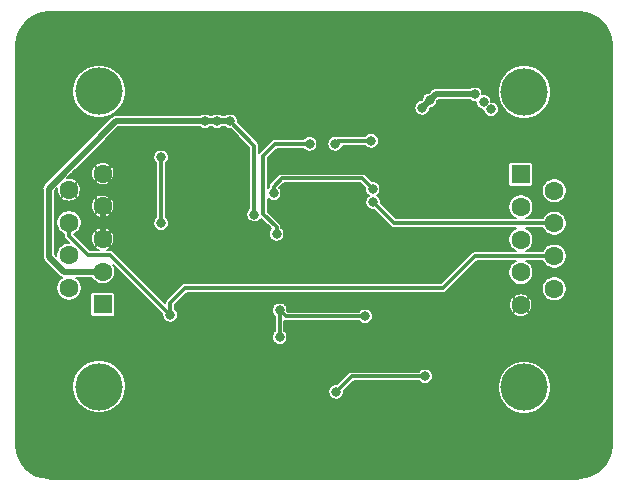
<source format=gbr>
G04 #@! TF.GenerationSoftware,KiCad,Pcbnew,(5.1.0)-1*
G04 #@! TF.CreationDate,2019-07-05T16:38:03+02:00*
G04 #@! TF.ProjectId,BSPD_SMD,42535044-5f53-44d4-942e-6b696361645f,rev?*
G04 #@! TF.SameCoordinates,Original*
G04 #@! TF.FileFunction,Copper,L2,Bot*
G04 #@! TF.FilePolarity,Positive*
%FSLAX46Y46*%
G04 Gerber Fmt 4.6, Leading zero omitted, Abs format (unit mm)*
G04 Created by KiCad (PCBNEW (5.1.0)-1) date 2019-07-05 16:38:03*
%MOMM*%
%LPD*%
G04 APERTURE LIST*
%ADD10C,4.000000*%
%ADD11C,1.600000*%
%ADD12R,1.600000X1.600000*%
%ADD13C,0.800000*%
%ADD14C,0.500000*%
%ADD15C,0.300000*%
%ADD16C,0.127000*%
G04 APERTURE END LIST*
D10*
X61295000Y-142977000D03*
X61295000Y-117977000D03*
D11*
X58755000Y-126322000D03*
X58755000Y-129092000D03*
X58755000Y-131862000D03*
X58755000Y-134632000D03*
X61595000Y-124937000D03*
X61595000Y-127707000D03*
X61595000Y-130477000D03*
X61595000Y-133247000D03*
D12*
X61595000Y-136017000D03*
X97000000Y-125000000D03*
D11*
X97000000Y-127770000D03*
X97000000Y-130540000D03*
X97000000Y-133310000D03*
X97000000Y-136080000D03*
X99840000Y-126385000D03*
X99840000Y-129155000D03*
X99840000Y-131925000D03*
X99840000Y-134695000D03*
D10*
X97300000Y-143040000D03*
X97300000Y-118040000D03*
D13*
X72010831Y-125010831D03*
X90000000Y-131000000D03*
X86000000Y-131000000D03*
X76300000Y-127600000D03*
X66548000Y-129159000D03*
X66548000Y-123571000D03*
X70231000Y-120523000D03*
X71246992Y-120522992D03*
X72390008Y-120523000D03*
X88646000Y-119380000D03*
X89281000Y-118745000D03*
X94488002Y-119507000D03*
X93853000Y-118872000D03*
X93091000Y-118237002D03*
X76581000Y-138811000D03*
X76581000Y-136525000D03*
X83820000Y-137033000D03*
X84328000Y-122174000D03*
X81280000Y-122428000D03*
X74437075Y-128407167D03*
X67310000Y-136906000D03*
X84510998Y-127381000D03*
X81384669Y-143405331D03*
X88900000Y-142113000D03*
X76073000Y-126607000D03*
X84455000Y-126238000D03*
X76327000Y-130048000D03*
X79121000Y-122428000D03*
D14*
X61595000Y-130477000D02*
X61595000Y-127707000D01*
D15*
X66548000Y-129159000D02*
X66548000Y-123571000D01*
D14*
X58289998Y-133247000D02*
X57023000Y-131980002D01*
X61595000Y-133247000D02*
X58289998Y-133247000D01*
X57023000Y-126203998D02*
X62703998Y-120523000D01*
X57023000Y-131980002D02*
X57023000Y-126203998D01*
X62703998Y-120523000D02*
X70231000Y-120523000D01*
X70231000Y-120523000D02*
X71247000Y-120523000D01*
X71247000Y-120523000D02*
X71246992Y-120522992D01*
X71247000Y-120523000D02*
X72390008Y-120523000D01*
X89788998Y-118237002D02*
X93091000Y-118237002D01*
X88646000Y-119380000D02*
X89788998Y-118237002D01*
X93091000Y-118110000D02*
X93091000Y-118237002D01*
D15*
X76581000Y-138811000D02*
X76581000Y-136525000D01*
X77089000Y-137033000D02*
X76581000Y-136525000D01*
X83820000Y-137033000D02*
X77089000Y-137033000D01*
X84328000Y-122174000D02*
X81534000Y-122174000D01*
X81534000Y-122174000D02*
X81280000Y-122428000D01*
X74437075Y-122570067D02*
X72390008Y-120523000D01*
X74437075Y-128407167D02*
X74437075Y-122570067D01*
X62230000Y-131826000D02*
X67310000Y-136906000D01*
X60357630Y-131826000D02*
X62230000Y-131826000D01*
X58755000Y-129092000D02*
X58755000Y-130223370D01*
X58755000Y-130223370D02*
X60357630Y-131826000D01*
X93119000Y-131925000D02*
X99840000Y-131925000D01*
X90424000Y-134620000D02*
X93119000Y-131925000D01*
X68580000Y-134620000D02*
X90424000Y-134620000D01*
X67310000Y-136906000D02*
X67310000Y-135890000D01*
X67310000Y-135890000D02*
X68580000Y-134620000D01*
X99840000Y-129155000D02*
X86284998Y-129155000D01*
X86284998Y-129155000D02*
X84510998Y-127381000D01*
X81384669Y-143405331D02*
X82677000Y-142113000D01*
X82677000Y-142113000D02*
X88900000Y-142113000D01*
X76073000Y-126607000D02*
X76073000Y-126041315D01*
X76073000Y-126041315D02*
X76765315Y-125349000D01*
X76765315Y-125349000D02*
X83566000Y-125349000D01*
X83566000Y-125349000D02*
X84455000Y-126238000D01*
X76327000Y-129482315D02*
X75184000Y-128339315D01*
X76327000Y-130048000D02*
X76327000Y-129482315D01*
X75184000Y-128339315D02*
X75184000Y-123444000D01*
X75184000Y-123444000D02*
X76200000Y-122428000D01*
X76200000Y-122428000D02*
X79121000Y-122428000D01*
D16*
G36*
X101860050Y-111254567D02*
G01*
X101912162Y-111276902D01*
X101967618Y-111288690D01*
X101971652Y-111289114D01*
X102526006Y-111343468D01*
X103031980Y-111496231D01*
X103498645Y-111744361D01*
X103908223Y-112078404D01*
X104245122Y-112485646D01*
X104496503Y-112950565D01*
X104652794Y-113455457D01*
X104709480Y-113994791D01*
X104709502Y-114001012D01*
X104715231Y-114057418D01*
X104731806Y-114111636D01*
X104758598Y-114161602D01*
X104759501Y-114162701D01*
X104759500Y-147839507D01*
X104745433Y-147860051D01*
X104723098Y-147912162D01*
X104711310Y-147967618D01*
X104710886Y-147971652D01*
X104656530Y-148526012D01*
X104503770Y-149031978D01*
X104255642Y-149498642D01*
X103921594Y-149908225D01*
X103514355Y-150245122D01*
X103049431Y-150496505D01*
X102544543Y-150652794D01*
X102005209Y-150709480D01*
X101998987Y-150709502D01*
X101942582Y-150715231D01*
X101888364Y-150731806D01*
X101838398Y-150758598D01*
X101837300Y-150759500D01*
X57160493Y-150759500D01*
X57139949Y-150745433D01*
X57087838Y-150723098D01*
X57032382Y-150711310D01*
X57028348Y-150710886D01*
X56473988Y-150656530D01*
X55968022Y-150503770D01*
X55501358Y-150255642D01*
X55091775Y-149921594D01*
X54754878Y-149514355D01*
X54503495Y-149049431D01*
X54347206Y-148544543D01*
X54290520Y-148005209D01*
X54290498Y-147998987D01*
X54284769Y-147942582D01*
X54268194Y-147888364D01*
X54241402Y-147838398D01*
X54240500Y-147837300D01*
X54240500Y-142754065D01*
X59031500Y-142754065D01*
X59031500Y-143199935D01*
X59118485Y-143637239D01*
X59289112Y-144049169D01*
X59536825Y-144419897D01*
X59852103Y-144735175D01*
X60222831Y-144982888D01*
X60634761Y-145153515D01*
X61072065Y-145240500D01*
X61517935Y-145240500D01*
X61955239Y-145153515D01*
X62367169Y-144982888D01*
X62737897Y-144735175D01*
X63053175Y-144419897D01*
X63300888Y-144049169D01*
X63471515Y-143637239D01*
X63530642Y-143339982D01*
X80721169Y-143339982D01*
X80721169Y-143470680D01*
X80746667Y-143598867D01*
X80796683Y-143719616D01*
X80869295Y-143828287D01*
X80961713Y-143920705D01*
X81070384Y-143993317D01*
X81191133Y-144043333D01*
X81319320Y-144068831D01*
X81450018Y-144068831D01*
X81578205Y-144043333D01*
X81698954Y-143993317D01*
X81807625Y-143920705D01*
X81900043Y-143828287D01*
X81972655Y-143719616D01*
X82022671Y-143598867D01*
X82048169Y-143470680D01*
X82048169Y-143339982D01*
X82045950Y-143328827D01*
X82557712Y-142817065D01*
X95036500Y-142817065D01*
X95036500Y-143262935D01*
X95123485Y-143700239D01*
X95294112Y-144112169D01*
X95541825Y-144482897D01*
X95857103Y-144798175D01*
X96227831Y-145045888D01*
X96639761Y-145216515D01*
X97077065Y-145303500D01*
X97522935Y-145303500D01*
X97960239Y-145216515D01*
X98372169Y-145045888D01*
X98742897Y-144798175D01*
X99058175Y-144482897D01*
X99305888Y-144112169D01*
X99476515Y-143700239D01*
X99563500Y-143262935D01*
X99563500Y-142817065D01*
X99476515Y-142379761D01*
X99305888Y-141967831D01*
X99058175Y-141597103D01*
X98742897Y-141281825D01*
X98372169Y-141034112D01*
X97960239Y-140863485D01*
X97522935Y-140776500D01*
X97077065Y-140776500D01*
X96639761Y-140863485D01*
X96227831Y-141034112D01*
X95857103Y-141281825D01*
X95541825Y-141597103D01*
X95294112Y-141967831D01*
X95123485Y-142379761D01*
X95036500Y-142817065D01*
X82557712Y-142817065D01*
X82848278Y-142526500D01*
X88378308Y-142526500D01*
X88384626Y-142535956D01*
X88477044Y-142628374D01*
X88585715Y-142700986D01*
X88706464Y-142751002D01*
X88834651Y-142776500D01*
X88965349Y-142776500D01*
X89093536Y-142751002D01*
X89214285Y-142700986D01*
X89322956Y-142628374D01*
X89415374Y-142535956D01*
X89487986Y-142427285D01*
X89538002Y-142306536D01*
X89563500Y-142178349D01*
X89563500Y-142047651D01*
X89538002Y-141919464D01*
X89487986Y-141798715D01*
X89415374Y-141690044D01*
X89322956Y-141597626D01*
X89214285Y-141525014D01*
X89093536Y-141474998D01*
X88965349Y-141449500D01*
X88834651Y-141449500D01*
X88706464Y-141474998D01*
X88585715Y-141525014D01*
X88477044Y-141597626D01*
X88384626Y-141690044D01*
X88378308Y-141699500D01*
X82697305Y-141699500D01*
X82676999Y-141697500D01*
X82595939Y-141705484D01*
X82577798Y-141710987D01*
X82517995Y-141729128D01*
X82446161Y-141767524D01*
X82383197Y-141819197D01*
X82370255Y-141834967D01*
X81461173Y-142744050D01*
X81450018Y-142741831D01*
X81319320Y-142741831D01*
X81191133Y-142767329D01*
X81070384Y-142817345D01*
X80961713Y-142889957D01*
X80869295Y-142982375D01*
X80796683Y-143091046D01*
X80746667Y-143211795D01*
X80721169Y-143339982D01*
X63530642Y-143339982D01*
X63558500Y-143199935D01*
X63558500Y-142754065D01*
X63471515Y-142316761D01*
X63300888Y-141904831D01*
X63053175Y-141534103D01*
X62737897Y-141218825D01*
X62367169Y-140971112D01*
X61955239Y-140800485D01*
X61517935Y-140713500D01*
X61072065Y-140713500D01*
X60634761Y-140800485D01*
X60222831Y-140971112D01*
X59852103Y-141218825D01*
X59536825Y-141534103D01*
X59289112Y-141904831D01*
X59118485Y-142316761D01*
X59031500Y-142754065D01*
X54240500Y-142754065D01*
X54240500Y-126203998D01*
X56507016Y-126203998D01*
X56509501Y-126229227D01*
X56509500Y-131954783D01*
X56507016Y-131980002D01*
X56509500Y-132005221D01*
X56509500Y-132005223D01*
X56516930Y-132080664D01*
X56539734Y-132155839D01*
X56546293Y-132177460D01*
X56593975Y-132266668D01*
X56610521Y-132286829D01*
X56658144Y-132344858D01*
X56677744Y-132360943D01*
X57909065Y-133592266D01*
X57925142Y-133611856D01*
X57944732Y-133627933D01*
X57944733Y-133627934D01*
X58003332Y-133676025D01*
X58047936Y-133699866D01*
X58092539Y-133723707D01*
X58166519Y-133746149D01*
X58077058Y-133805925D01*
X57928925Y-133954058D01*
X57812538Y-134128244D01*
X57732370Y-134321788D01*
X57691500Y-134527254D01*
X57691500Y-134736746D01*
X57732370Y-134942212D01*
X57812538Y-135135756D01*
X57928925Y-135309942D01*
X58077058Y-135458075D01*
X58251244Y-135574462D01*
X58444788Y-135654630D01*
X58650254Y-135695500D01*
X58859746Y-135695500D01*
X59065212Y-135654630D01*
X59258756Y-135574462D01*
X59432942Y-135458075D01*
X59581075Y-135309942D01*
X59643176Y-135217000D01*
X60530226Y-135217000D01*
X60530226Y-136817000D01*
X60535314Y-136868655D01*
X60550381Y-136918325D01*
X60574848Y-136964101D01*
X60607777Y-137004223D01*
X60647899Y-137037152D01*
X60693675Y-137061619D01*
X60743345Y-137076686D01*
X60795000Y-137081774D01*
X62395000Y-137081774D01*
X62446655Y-137076686D01*
X62496325Y-137061619D01*
X62542101Y-137037152D01*
X62582223Y-137004223D01*
X62615152Y-136964101D01*
X62639619Y-136918325D01*
X62654686Y-136868655D01*
X62659774Y-136817000D01*
X62659774Y-135217000D01*
X62654686Y-135165345D01*
X62639619Y-135115675D01*
X62615152Y-135069899D01*
X62582223Y-135029777D01*
X62542101Y-134996848D01*
X62496325Y-134972381D01*
X62446655Y-134957314D01*
X62395000Y-134952226D01*
X60795000Y-134952226D01*
X60743345Y-134957314D01*
X60693675Y-134972381D01*
X60647899Y-134996848D01*
X60607777Y-135029777D01*
X60574848Y-135069899D01*
X60550381Y-135115675D01*
X60535314Y-135165345D01*
X60530226Y-135217000D01*
X59643176Y-135217000D01*
X59697462Y-135135756D01*
X59777630Y-134942212D01*
X59818500Y-134736746D01*
X59818500Y-134527254D01*
X59777630Y-134321788D01*
X59697462Y-134128244D01*
X59581075Y-133954058D01*
X59432942Y-133805925D01*
X59364958Y-133760500D01*
X60659049Y-133760500D01*
X60768925Y-133924942D01*
X60917058Y-134073075D01*
X61091244Y-134189462D01*
X61284788Y-134269630D01*
X61490254Y-134310500D01*
X61699746Y-134310500D01*
X61905212Y-134269630D01*
X62098756Y-134189462D01*
X62272942Y-134073075D01*
X62421075Y-133924942D01*
X62537462Y-133750756D01*
X62617630Y-133557212D01*
X62658500Y-133351746D01*
X62658500Y-133142254D01*
X62617630Y-132936788D01*
X62537462Y-132743244D01*
X62487111Y-132667888D01*
X66648719Y-136829497D01*
X66646500Y-136840651D01*
X66646500Y-136971349D01*
X66671998Y-137099536D01*
X66722014Y-137220285D01*
X66794626Y-137328956D01*
X66887044Y-137421374D01*
X66995715Y-137493986D01*
X67116464Y-137544002D01*
X67244651Y-137569500D01*
X67375349Y-137569500D01*
X67503536Y-137544002D01*
X67624285Y-137493986D01*
X67732956Y-137421374D01*
X67825374Y-137328956D01*
X67897986Y-137220285D01*
X67948002Y-137099536D01*
X67973500Y-136971349D01*
X67973500Y-136840651D01*
X67948002Y-136712464D01*
X67897986Y-136591715D01*
X67825374Y-136483044D01*
X67801981Y-136459651D01*
X75917500Y-136459651D01*
X75917500Y-136590349D01*
X75942998Y-136718536D01*
X75993014Y-136839285D01*
X76065626Y-136947956D01*
X76158044Y-137040374D01*
X76167501Y-137046693D01*
X76167500Y-138289308D01*
X76158044Y-138295626D01*
X76065626Y-138388044D01*
X75993014Y-138496715D01*
X75942998Y-138617464D01*
X75917500Y-138745651D01*
X75917500Y-138876349D01*
X75942998Y-139004536D01*
X75993014Y-139125285D01*
X76065626Y-139233956D01*
X76158044Y-139326374D01*
X76266715Y-139398986D01*
X76387464Y-139449002D01*
X76515651Y-139474500D01*
X76646349Y-139474500D01*
X76774536Y-139449002D01*
X76895285Y-139398986D01*
X77003956Y-139326374D01*
X77096374Y-139233956D01*
X77168986Y-139125285D01*
X77219002Y-139004536D01*
X77244500Y-138876349D01*
X77244500Y-138745651D01*
X77219002Y-138617464D01*
X77168986Y-138496715D01*
X77096374Y-138388044D01*
X77003956Y-138295626D01*
X76994500Y-138289308D01*
X76994500Y-137436439D01*
X77007940Y-137440516D01*
X77068694Y-137446500D01*
X77068704Y-137446500D01*
X77088999Y-137448499D01*
X77109295Y-137446500D01*
X83298308Y-137446500D01*
X83304626Y-137455956D01*
X83397044Y-137548374D01*
X83505715Y-137620986D01*
X83626464Y-137671002D01*
X83754651Y-137696500D01*
X83885349Y-137696500D01*
X84013536Y-137671002D01*
X84134285Y-137620986D01*
X84242956Y-137548374D01*
X84335374Y-137455956D01*
X84407986Y-137347285D01*
X84458002Y-137226536D01*
X84483500Y-137098349D01*
X84483500Y-136967651D01*
X84458002Y-136839464D01*
X84424683Y-136759023D01*
X96338938Y-136759023D01*
X96425303Y-136892609D01*
X96594878Y-136989112D01*
X96780022Y-137050679D01*
X96973619Y-137074944D01*
X97168229Y-137060973D01*
X97356375Y-137009304D01*
X97530826Y-136921923D01*
X97574697Y-136892609D01*
X97661062Y-136759023D01*
X97000000Y-136097961D01*
X96338938Y-136759023D01*
X84424683Y-136759023D01*
X84407986Y-136718715D01*
X84335374Y-136610044D01*
X84242956Y-136517626D01*
X84134285Y-136445014D01*
X84013536Y-136394998D01*
X83885349Y-136369500D01*
X83754651Y-136369500D01*
X83626464Y-136394998D01*
X83505715Y-136445014D01*
X83397044Y-136517626D01*
X83304626Y-136610044D01*
X83298308Y-136619500D01*
X77260277Y-136619500D01*
X77242281Y-136601504D01*
X77244500Y-136590349D01*
X77244500Y-136459651D01*
X77219002Y-136331464D01*
X77168986Y-136210715D01*
X77096374Y-136102044D01*
X77047949Y-136053619D01*
X96005056Y-136053619D01*
X96019027Y-136248229D01*
X96070696Y-136436375D01*
X96158077Y-136610826D01*
X96187391Y-136654697D01*
X96320977Y-136741062D01*
X96982039Y-136080000D01*
X97017961Y-136080000D01*
X97679023Y-136741062D01*
X97812609Y-136654697D01*
X97909112Y-136485122D01*
X97970679Y-136299978D01*
X97994944Y-136106381D01*
X97980973Y-135911771D01*
X97929304Y-135723625D01*
X97841923Y-135549174D01*
X97812609Y-135505303D01*
X97679023Y-135418938D01*
X97017961Y-136080000D01*
X96982039Y-136080000D01*
X96320977Y-135418938D01*
X96187391Y-135505303D01*
X96090888Y-135674878D01*
X96029321Y-135860022D01*
X96005056Y-136053619D01*
X77047949Y-136053619D01*
X77003956Y-136009626D01*
X76895285Y-135937014D01*
X76774536Y-135886998D01*
X76646349Y-135861500D01*
X76515651Y-135861500D01*
X76387464Y-135886998D01*
X76266715Y-135937014D01*
X76158044Y-136009626D01*
X76065626Y-136102044D01*
X75993014Y-136210715D01*
X75942998Y-136331464D01*
X75917500Y-136459651D01*
X67801981Y-136459651D01*
X67732956Y-136390626D01*
X67723500Y-136384308D01*
X67723500Y-136061277D01*
X68383800Y-135400977D01*
X96338938Y-135400977D01*
X97000000Y-136062039D01*
X97661062Y-135400977D01*
X97574697Y-135267391D01*
X97405122Y-135170888D01*
X97219978Y-135109321D01*
X97026381Y-135085056D01*
X96831771Y-135099027D01*
X96643625Y-135150696D01*
X96469174Y-135238077D01*
X96425303Y-135267391D01*
X96338938Y-135400977D01*
X68383800Y-135400977D01*
X68751278Y-135033500D01*
X90403694Y-135033500D01*
X90424000Y-135035500D01*
X90505060Y-135027516D01*
X90583005Y-135003872D01*
X90654839Y-134965476D01*
X90717803Y-134913803D01*
X90730750Y-134898027D01*
X91038523Y-134590254D01*
X98776500Y-134590254D01*
X98776500Y-134799746D01*
X98817370Y-135005212D01*
X98897538Y-135198756D01*
X99013925Y-135372942D01*
X99162058Y-135521075D01*
X99336244Y-135637462D01*
X99529788Y-135717630D01*
X99735254Y-135758500D01*
X99944746Y-135758500D01*
X100150212Y-135717630D01*
X100343756Y-135637462D01*
X100517942Y-135521075D01*
X100666075Y-135372942D01*
X100782462Y-135198756D01*
X100862630Y-135005212D01*
X100903500Y-134799746D01*
X100903500Y-134590254D01*
X100862630Y-134384788D01*
X100782462Y-134191244D01*
X100666075Y-134017058D01*
X100517942Y-133868925D01*
X100343756Y-133752538D01*
X100150212Y-133672370D01*
X99944746Y-133631500D01*
X99735254Y-133631500D01*
X99529788Y-133672370D01*
X99336244Y-133752538D01*
X99162058Y-133868925D01*
X99013925Y-134017058D01*
X98897538Y-134191244D01*
X98817370Y-134384788D01*
X98776500Y-134590254D01*
X91038523Y-134590254D01*
X93290277Y-132338500D01*
X96566348Y-132338500D01*
X96496244Y-132367538D01*
X96322058Y-132483925D01*
X96173925Y-132632058D01*
X96057538Y-132806244D01*
X95977370Y-132999788D01*
X95936500Y-133205254D01*
X95936500Y-133414746D01*
X95977370Y-133620212D01*
X96057538Y-133813756D01*
X96173925Y-133987942D01*
X96322058Y-134136075D01*
X96496244Y-134252462D01*
X96689788Y-134332630D01*
X96895254Y-134373500D01*
X97104746Y-134373500D01*
X97310212Y-134332630D01*
X97503756Y-134252462D01*
X97677942Y-134136075D01*
X97826075Y-133987942D01*
X97942462Y-133813756D01*
X98022630Y-133620212D01*
X98063500Y-133414746D01*
X98063500Y-133205254D01*
X98022630Y-132999788D01*
X97942462Y-132806244D01*
X97826075Y-132632058D01*
X97677942Y-132483925D01*
X97503756Y-132367538D01*
X97433652Y-132338500D01*
X98860153Y-132338500D01*
X98897538Y-132428756D01*
X99013925Y-132602942D01*
X99162058Y-132751075D01*
X99336244Y-132867462D01*
X99529788Y-132947630D01*
X99735254Y-132988500D01*
X99944746Y-132988500D01*
X100150212Y-132947630D01*
X100343756Y-132867462D01*
X100517942Y-132751075D01*
X100666075Y-132602942D01*
X100782462Y-132428756D01*
X100862630Y-132235212D01*
X100903500Y-132029746D01*
X100903500Y-131820254D01*
X100862630Y-131614788D01*
X100782462Y-131421244D01*
X100666075Y-131247058D01*
X100517942Y-131098925D01*
X100343756Y-130982538D01*
X100150212Y-130902370D01*
X99944746Y-130861500D01*
X99735254Y-130861500D01*
X99529788Y-130902370D01*
X99336244Y-130982538D01*
X99162058Y-131098925D01*
X99013925Y-131247058D01*
X98897538Y-131421244D01*
X98860153Y-131511500D01*
X97433652Y-131511500D01*
X97503756Y-131482462D01*
X97677942Y-131366075D01*
X97826075Y-131217942D01*
X97942462Y-131043756D01*
X98022630Y-130850212D01*
X98063500Y-130644746D01*
X98063500Y-130435254D01*
X98022630Y-130229788D01*
X97942462Y-130036244D01*
X97826075Y-129862058D01*
X97677942Y-129713925D01*
X97503756Y-129597538D01*
X97433652Y-129568500D01*
X98860153Y-129568500D01*
X98897538Y-129658756D01*
X99013925Y-129832942D01*
X99162058Y-129981075D01*
X99336244Y-130097462D01*
X99529788Y-130177630D01*
X99735254Y-130218500D01*
X99944746Y-130218500D01*
X100150212Y-130177630D01*
X100343756Y-130097462D01*
X100517942Y-129981075D01*
X100666075Y-129832942D01*
X100782462Y-129658756D01*
X100862630Y-129465212D01*
X100903500Y-129259746D01*
X100903500Y-129050254D01*
X100862630Y-128844788D01*
X100782462Y-128651244D01*
X100666075Y-128477058D01*
X100517942Y-128328925D01*
X100343756Y-128212538D01*
X100150212Y-128132370D01*
X99944746Y-128091500D01*
X99735254Y-128091500D01*
X99529788Y-128132370D01*
X99336244Y-128212538D01*
X99162058Y-128328925D01*
X99013925Y-128477058D01*
X98897538Y-128651244D01*
X98860153Y-128741500D01*
X97433652Y-128741500D01*
X97503756Y-128712462D01*
X97677942Y-128596075D01*
X97826075Y-128447942D01*
X97942462Y-128273756D01*
X98022630Y-128080212D01*
X98063500Y-127874746D01*
X98063500Y-127665254D01*
X98022630Y-127459788D01*
X97942462Y-127266244D01*
X97826075Y-127092058D01*
X97677942Y-126943925D01*
X97503756Y-126827538D01*
X97310212Y-126747370D01*
X97104746Y-126706500D01*
X96895254Y-126706500D01*
X96689788Y-126747370D01*
X96496244Y-126827538D01*
X96322058Y-126943925D01*
X96173925Y-127092058D01*
X96057538Y-127266244D01*
X95977370Y-127459788D01*
X95936500Y-127665254D01*
X95936500Y-127874746D01*
X95977370Y-128080212D01*
X96057538Y-128273756D01*
X96173925Y-128447942D01*
X96322058Y-128596075D01*
X96496244Y-128712462D01*
X96566348Y-128741500D01*
X86456276Y-128741500D01*
X85172279Y-127457504D01*
X85174498Y-127446349D01*
X85174498Y-127315651D01*
X85149000Y-127187464D01*
X85098984Y-127066715D01*
X85026372Y-126958044D01*
X84933954Y-126865626D01*
X84825283Y-126793014D01*
X84821177Y-126791313D01*
X84877956Y-126753374D01*
X84970374Y-126660956D01*
X85042986Y-126552285D01*
X85093002Y-126431536D01*
X85118500Y-126303349D01*
X85118500Y-126280254D01*
X98776500Y-126280254D01*
X98776500Y-126489746D01*
X98817370Y-126695212D01*
X98897538Y-126888756D01*
X99013925Y-127062942D01*
X99162058Y-127211075D01*
X99336244Y-127327462D01*
X99529788Y-127407630D01*
X99735254Y-127448500D01*
X99944746Y-127448500D01*
X100150212Y-127407630D01*
X100343756Y-127327462D01*
X100517942Y-127211075D01*
X100666075Y-127062942D01*
X100782462Y-126888756D01*
X100862630Y-126695212D01*
X100903500Y-126489746D01*
X100903500Y-126280254D01*
X100862630Y-126074788D01*
X100782462Y-125881244D01*
X100666075Y-125707058D01*
X100517942Y-125558925D01*
X100343756Y-125442538D01*
X100150212Y-125362370D01*
X99944746Y-125321500D01*
X99735254Y-125321500D01*
X99529788Y-125362370D01*
X99336244Y-125442538D01*
X99162058Y-125558925D01*
X99013925Y-125707058D01*
X98897538Y-125881244D01*
X98817370Y-126074788D01*
X98776500Y-126280254D01*
X85118500Y-126280254D01*
X85118500Y-126172651D01*
X85093002Y-126044464D01*
X85042986Y-125923715D01*
X84970374Y-125815044D01*
X84877956Y-125722626D01*
X84769285Y-125650014D01*
X84648536Y-125599998D01*
X84520349Y-125574500D01*
X84389651Y-125574500D01*
X84378496Y-125576719D01*
X83872750Y-125070973D01*
X83859803Y-125055197D01*
X83796839Y-125003524D01*
X83725005Y-124965128D01*
X83647060Y-124941484D01*
X83586306Y-124935500D01*
X83566000Y-124933500D01*
X83545694Y-124935500D01*
X76785620Y-124935500D01*
X76765314Y-124933500D01*
X76684254Y-124941484D01*
X76660610Y-124948657D01*
X76606310Y-124965128D01*
X76534476Y-125003524D01*
X76471512Y-125055197D01*
X76458565Y-125070973D01*
X75794968Y-125734570D01*
X75779198Y-125747512D01*
X75766256Y-125763282D01*
X75766253Y-125763285D01*
X75727525Y-125810476D01*
X75689128Y-125882311D01*
X75665484Y-125960255D01*
X75657500Y-126041315D01*
X75659501Y-126061630D01*
X75659501Y-126085307D01*
X75650044Y-126091626D01*
X75597500Y-126144170D01*
X75597500Y-124200000D01*
X95935226Y-124200000D01*
X95935226Y-125800000D01*
X95940314Y-125851655D01*
X95955381Y-125901325D01*
X95979848Y-125947101D01*
X96012777Y-125987223D01*
X96052899Y-126020152D01*
X96098675Y-126044619D01*
X96148345Y-126059686D01*
X96200000Y-126064774D01*
X97800000Y-126064774D01*
X97851655Y-126059686D01*
X97901325Y-126044619D01*
X97947101Y-126020152D01*
X97987223Y-125987223D01*
X98020152Y-125947101D01*
X98044619Y-125901325D01*
X98059686Y-125851655D01*
X98064774Y-125800000D01*
X98064774Y-124200000D01*
X98059686Y-124148345D01*
X98044619Y-124098675D01*
X98020152Y-124052899D01*
X97987223Y-124012777D01*
X97947101Y-123979848D01*
X97901325Y-123955381D01*
X97851655Y-123940314D01*
X97800000Y-123935226D01*
X96200000Y-123935226D01*
X96148345Y-123940314D01*
X96098675Y-123955381D01*
X96052899Y-123979848D01*
X96012777Y-124012777D01*
X95979848Y-124052899D01*
X95955381Y-124098675D01*
X95940314Y-124148345D01*
X95935226Y-124200000D01*
X75597500Y-124200000D01*
X75597500Y-123615277D01*
X76371278Y-122841500D01*
X78599308Y-122841500D01*
X78605626Y-122850956D01*
X78698044Y-122943374D01*
X78806715Y-123015986D01*
X78927464Y-123066002D01*
X79055651Y-123091500D01*
X79186349Y-123091500D01*
X79314536Y-123066002D01*
X79435285Y-123015986D01*
X79543956Y-122943374D01*
X79636374Y-122850956D01*
X79708986Y-122742285D01*
X79759002Y-122621536D01*
X79784500Y-122493349D01*
X79784500Y-122362651D01*
X80616500Y-122362651D01*
X80616500Y-122493349D01*
X80641998Y-122621536D01*
X80692014Y-122742285D01*
X80764626Y-122850956D01*
X80857044Y-122943374D01*
X80965715Y-123015986D01*
X81086464Y-123066002D01*
X81214651Y-123091500D01*
X81345349Y-123091500D01*
X81473536Y-123066002D01*
X81594285Y-123015986D01*
X81702956Y-122943374D01*
X81795374Y-122850956D01*
X81867986Y-122742285D01*
X81918002Y-122621536D01*
X81924772Y-122587500D01*
X83806308Y-122587500D01*
X83812626Y-122596956D01*
X83905044Y-122689374D01*
X84013715Y-122761986D01*
X84134464Y-122812002D01*
X84262651Y-122837500D01*
X84393349Y-122837500D01*
X84521536Y-122812002D01*
X84642285Y-122761986D01*
X84750956Y-122689374D01*
X84843374Y-122596956D01*
X84915986Y-122488285D01*
X84966002Y-122367536D01*
X84991500Y-122239349D01*
X84991500Y-122108651D01*
X84966002Y-121980464D01*
X84915986Y-121859715D01*
X84843374Y-121751044D01*
X84750956Y-121658626D01*
X84642285Y-121586014D01*
X84521536Y-121535998D01*
X84393349Y-121510500D01*
X84262651Y-121510500D01*
X84134464Y-121535998D01*
X84013715Y-121586014D01*
X83905044Y-121658626D01*
X83812626Y-121751044D01*
X83806308Y-121760500D01*
X81554305Y-121760500D01*
X81533999Y-121758500D01*
X81452939Y-121766484D01*
X81429295Y-121773657D01*
X81414280Y-121778211D01*
X81345349Y-121764500D01*
X81214651Y-121764500D01*
X81086464Y-121789998D01*
X80965715Y-121840014D01*
X80857044Y-121912626D01*
X80764626Y-122005044D01*
X80692014Y-122113715D01*
X80641998Y-122234464D01*
X80616500Y-122362651D01*
X79784500Y-122362651D01*
X79759002Y-122234464D01*
X79708986Y-122113715D01*
X79636374Y-122005044D01*
X79543956Y-121912626D01*
X79435285Y-121840014D01*
X79314536Y-121789998D01*
X79186349Y-121764500D01*
X79055651Y-121764500D01*
X78927464Y-121789998D01*
X78806715Y-121840014D01*
X78698044Y-121912626D01*
X78605626Y-122005044D01*
X78599308Y-122014500D01*
X76220306Y-122014500D01*
X76200000Y-122012500D01*
X76118939Y-122020484D01*
X76040995Y-122044128D01*
X75969161Y-122082524D01*
X75906197Y-122134197D01*
X75893255Y-122149967D01*
X74905968Y-123137255D01*
X74890198Y-123150197D01*
X74877256Y-123165967D01*
X74877253Y-123165970D01*
X74850575Y-123198478D01*
X74850575Y-122590373D01*
X74852575Y-122570067D01*
X74844591Y-122489006D01*
X74820947Y-122411062D01*
X74782550Y-122339227D01*
X74743822Y-122292036D01*
X74743820Y-122292034D01*
X74730878Y-122276264D01*
X74715108Y-122263322D01*
X73051289Y-120599504D01*
X73053508Y-120588349D01*
X73053508Y-120457651D01*
X73028010Y-120329464D01*
X72977994Y-120208715D01*
X72905382Y-120100044D01*
X72812964Y-120007626D01*
X72704293Y-119935014D01*
X72583544Y-119884998D01*
X72455357Y-119859500D01*
X72324659Y-119859500D01*
X72196472Y-119884998D01*
X72075723Y-119935014D01*
X71967052Y-120007626D01*
X71965178Y-120009500D01*
X71671830Y-120009500D01*
X71669948Y-120007618D01*
X71561277Y-119935006D01*
X71440528Y-119884990D01*
X71312341Y-119859492D01*
X71181643Y-119859492D01*
X71053456Y-119884990D01*
X70932707Y-119935006D01*
X70824036Y-120007618D01*
X70822154Y-120009500D01*
X70655830Y-120009500D01*
X70653956Y-120007626D01*
X70545285Y-119935014D01*
X70424536Y-119884998D01*
X70296349Y-119859500D01*
X70165651Y-119859500D01*
X70037464Y-119884998D01*
X69916715Y-119935014D01*
X69808044Y-120007626D01*
X69806170Y-120009500D01*
X62729214Y-120009500D01*
X62703997Y-120007016D01*
X62678780Y-120009500D01*
X62678776Y-120009500D01*
X62603335Y-120016930D01*
X62507874Y-120045888D01*
X62506539Y-120046293D01*
X62417331Y-120093976D01*
X62391124Y-120115484D01*
X62339142Y-120158144D01*
X62323061Y-120177739D01*
X56677740Y-125823061D01*
X56658145Y-125839142D01*
X56635854Y-125866304D01*
X56593975Y-125917332D01*
X56546293Y-126006540D01*
X56516931Y-126103335D01*
X56507016Y-126203998D01*
X54240500Y-126203998D01*
X54240500Y-117754065D01*
X59031500Y-117754065D01*
X59031500Y-118199935D01*
X59118485Y-118637239D01*
X59289112Y-119049169D01*
X59536825Y-119419897D01*
X59852103Y-119735175D01*
X60222831Y-119982888D01*
X60634761Y-120153515D01*
X61072065Y-120240500D01*
X61517935Y-120240500D01*
X61955239Y-120153515D01*
X62367169Y-119982888D01*
X62737897Y-119735175D01*
X63053175Y-119419897D01*
X63123498Y-119314651D01*
X87982500Y-119314651D01*
X87982500Y-119445349D01*
X88007998Y-119573536D01*
X88058014Y-119694285D01*
X88130626Y-119802956D01*
X88223044Y-119895374D01*
X88331715Y-119967986D01*
X88452464Y-120018002D01*
X88580651Y-120043500D01*
X88711349Y-120043500D01*
X88839536Y-120018002D01*
X88960285Y-119967986D01*
X89068956Y-119895374D01*
X89161374Y-119802956D01*
X89233986Y-119694285D01*
X89284002Y-119573536D01*
X89309500Y-119445349D01*
X89309500Y-119442697D01*
X89343697Y-119408500D01*
X89346349Y-119408500D01*
X89474536Y-119383002D01*
X89595285Y-119332986D01*
X89703956Y-119260374D01*
X89796374Y-119167956D01*
X89868986Y-119059285D01*
X89919002Y-118938536D01*
X89944500Y-118810349D01*
X89944500Y-118807698D01*
X90001696Y-118750502D01*
X92666170Y-118750502D01*
X92668044Y-118752376D01*
X92776715Y-118824988D01*
X92897464Y-118875004D01*
X93025651Y-118900502D01*
X93156349Y-118900502D01*
X93189500Y-118893908D01*
X93189500Y-118937349D01*
X93214998Y-119065536D01*
X93265014Y-119186285D01*
X93337626Y-119294956D01*
X93430044Y-119387374D01*
X93538715Y-119459986D01*
X93659464Y-119510002D01*
X93787651Y-119535500D01*
X93824502Y-119535500D01*
X93824502Y-119572349D01*
X93850000Y-119700536D01*
X93900016Y-119821285D01*
X93972628Y-119929956D01*
X94065046Y-120022374D01*
X94173717Y-120094986D01*
X94294466Y-120145002D01*
X94422653Y-120170500D01*
X94553351Y-120170500D01*
X94681538Y-120145002D01*
X94802287Y-120094986D01*
X94910958Y-120022374D01*
X95003376Y-119929956D01*
X95075988Y-119821285D01*
X95126004Y-119700536D01*
X95151502Y-119572349D01*
X95151502Y-119441651D01*
X95126004Y-119313464D01*
X95075988Y-119192715D01*
X95003376Y-119084044D01*
X94910958Y-118991626D01*
X94802287Y-118919014D01*
X94681538Y-118868998D01*
X94553351Y-118843500D01*
X94516500Y-118843500D01*
X94516500Y-118806651D01*
X94491002Y-118678464D01*
X94440986Y-118557715D01*
X94368374Y-118449044D01*
X94275956Y-118356626D01*
X94167285Y-118284014D01*
X94046536Y-118233998D01*
X93918349Y-118208500D01*
X93787651Y-118208500D01*
X93754500Y-118215094D01*
X93754500Y-118171653D01*
X93729002Y-118043466D01*
X93678986Y-117922717D01*
X93608392Y-117817065D01*
X95036500Y-117817065D01*
X95036500Y-118262935D01*
X95123485Y-118700239D01*
X95294112Y-119112169D01*
X95541825Y-119482897D01*
X95857103Y-119798175D01*
X96227831Y-120045888D01*
X96639761Y-120216515D01*
X97077065Y-120303500D01*
X97522935Y-120303500D01*
X97960239Y-120216515D01*
X98372169Y-120045888D01*
X98742897Y-119798175D01*
X99058175Y-119482897D01*
X99305888Y-119112169D01*
X99476515Y-118700239D01*
X99563500Y-118262935D01*
X99563500Y-117817065D01*
X99476515Y-117379761D01*
X99305888Y-116967831D01*
X99058175Y-116597103D01*
X98742897Y-116281825D01*
X98372169Y-116034112D01*
X97960239Y-115863485D01*
X97522935Y-115776500D01*
X97077065Y-115776500D01*
X96639761Y-115863485D01*
X96227831Y-116034112D01*
X95857103Y-116281825D01*
X95541825Y-116597103D01*
X95294112Y-116967831D01*
X95123485Y-117379761D01*
X95036500Y-117817065D01*
X93608392Y-117817065D01*
X93606374Y-117814046D01*
X93513956Y-117721628D01*
X93405285Y-117649016D01*
X93284536Y-117599000D01*
X93156349Y-117573502D01*
X93025651Y-117573502D01*
X92897464Y-117599000D01*
X92776715Y-117649016D01*
X92668044Y-117721628D01*
X92666170Y-117723502D01*
X89814216Y-117723502D01*
X89788997Y-117721018D01*
X89763778Y-117723502D01*
X89763776Y-117723502D01*
X89688335Y-117730932D01*
X89591539Y-117760295D01*
X89502331Y-117807978D01*
X89491259Y-117817065D01*
X89424142Y-117872146D01*
X89408061Y-117891741D01*
X89218302Y-118081500D01*
X89215651Y-118081500D01*
X89087464Y-118106998D01*
X88966715Y-118157014D01*
X88858044Y-118229626D01*
X88765626Y-118322044D01*
X88693014Y-118430715D01*
X88642998Y-118551464D01*
X88617500Y-118679651D01*
X88617500Y-118682303D01*
X88583303Y-118716500D01*
X88580651Y-118716500D01*
X88452464Y-118741998D01*
X88331715Y-118792014D01*
X88223044Y-118864626D01*
X88130626Y-118957044D01*
X88058014Y-119065715D01*
X88007998Y-119186464D01*
X87982500Y-119314651D01*
X63123498Y-119314651D01*
X63300888Y-119049169D01*
X63471515Y-118637239D01*
X63558500Y-118199935D01*
X63558500Y-117754065D01*
X63471515Y-117316761D01*
X63300888Y-116904831D01*
X63053175Y-116534103D01*
X62737897Y-116218825D01*
X62367169Y-115971112D01*
X61955239Y-115800485D01*
X61517935Y-115713500D01*
X61072065Y-115713500D01*
X60634761Y-115800485D01*
X60222831Y-115971112D01*
X59852103Y-116218825D01*
X59536825Y-116534103D01*
X59289112Y-116904831D01*
X59118485Y-117316761D01*
X59031500Y-117754065D01*
X54240500Y-117754065D01*
X54240500Y-114160494D01*
X54254567Y-114139950D01*
X54276902Y-114087838D01*
X54288690Y-114032382D01*
X54289114Y-114028348D01*
X54343468Y-113473994D01*
X54496231Y-112968020D01*
X54744361Y-112501355D01*
X55078404Y-112091777D01*
X55485646Y-111754878D01*
X55950565Y-111503497D01*
X56455457Y-111347206D01*
X56994791Y-111290520D01*
X57001012Y-111290498D01*
X57057418Y-111284769D01*
X57111636Y-111268194D01*
X57161602Y-111241402D01*
X57162700Y-111240500D01*
X101839506Y-111240500D01*
X101860050Y-111254567D01*
X101860050Y-111254567D01*
G37*
X101860050Y-111254567D02*
X101912162Y-111276902D01*
X101967618Y-111288690D01*
X101971652Y-111289114D01*
X102526006Y-111343468D01*
X103031980Y-111496231D01*
X103498645Y-111744361D01*
X103908223Y-112078404D01*
X104245122Y-112485646D01*
X104496503Y-112950565D01*
X104652794Y-113455457D01*
X104709480Y-113994791D01*
X104709502Y-114001012D01*
X104715231Y-114057418D01*
X104731806Y-114111636D01*
X104758598Y-114161602D01*
X104759501Y-114162701D01*
X104759500Y-147839507D01*
X104745433Y-147860051D01*
X104723098Y-147912162D01*
X104711310Y-147967618D01*
X104710886Y-147971652D01*
X104656530Y-148526012D01*
X104503770Y-149031978D01*
X104255642Y-149498642D01*
X103921594Y-149908225D01*
X103514355Y-150245122D01*
X103049431Y-150496505D01*
X102544543Y-150652794D01*
X102005209Y-150709480D01*
X101998987Y-150709502D01*
X101942582Y-150715231D01*
X101888364Y-150731806D01*
X101838398Y-150758598D01*
X101837300Y-150759500D01*
X57160493Y-150759500D01*
X57139949Y-150745433D01*
X57087838Y-150723098D01*
X57032382Y-150711310D01*
X57028348Y-150710886D01*
X56473988Y-150656530D01*
X55968022Y-150503770D01*
X55501358Y-150255642D01*
X55091775Y-149921594D01*
X54754878Y-149514355D01*
X54503495Y-149049431D01*
X54347206Y-148544543D01*
X54290520Y-148005209D01*
X54290498Y-147998987D01*
X54284769Y-147942582D01*
X54268194Y-147888364D01*
X54241402Y-147838398D01*
X54240500Y-147837300D01*
X54240500Y-142754065D01*
X59031500Y-142754065D01*
X59031500Y-143199935D01*
X59118485Y-143637239D01*
X59289112Y-144049169D01*
X59536825Y-144419897D01*
X59852103Y-144735175D01*
X60222831Y-144982888D01*
X60634761Y-145153515D01*
X61072065Y-145240500D01*
X61517935Y-145240500D01*
X61955239Y-145153515D01*
X62367169Y-144982888D01*
X62737897Y-144735175D01*
X63053175Y-144419897D01*
X63300888Y-144049169D01*
X63471515Y-143637239D01*
X63530642Y-143339982D01*
X80721169Y-143339982D01*
X80721169Y-143470680D01*
X80746667Y-143598867D01*
X80796683Y-143719616D01*
X80869295Y-143828287D01*
X80961713Y-143920705D01*
X81070384Y-143993317D01*
X81191133Y-144043333D01*
X81319320Y-144068831D01*
X81450018Y-144068831D01*
X81578205Y-144043333D01*
X81698954Y-143993317D01*
X81807625Y-143920705D01*
X81900043Y-143828287D01*
X81972655Y-143719616D01*
X82022671Y-143598867D01*
X82048169Y-143470680D01*
X82048169Y-143339982D01*
X82045950Y-143328827D01*
X82557712Y-142817065D01*
X95036500Y-142817065D01*
X95036500Y-143262935D01*
X95123485Y-143700239D01*
X95294112Y-144112169D01*
X95541825Y-144482897D01*
X95857103Y-144798175D01*
X96227831Y-145045888D01*
X96639761Y-145216515D01*
X97077065Y-145303500D01*
X97522935Y-145303500D01*
X97960239Y-145216515D01*
X98372169Y-145045888D01*
X98742897Y-144798175D01*
X99058175Y-144482897D01*
X99305888Y-144112169D01*
X99476515Y-143700239D01*
X99563500Y-143262935D01*
X99563500Y-142817065D01*
X99476515Y-142379761D01*
X99305888Y-141967831D01*
X99058175Y-141597103D01*
X98742897Y-141281825D01*
X98372169Y-141034112D01*
X97960239Y-140863485D01*
X97522935Y-140776500D01*
X97077065Y-140776500D01*
X96639761Y-140863485D01*
X96227831Y-141034112D01*
X95857103Y-141281825D01*
X95541825Y-141597103D01*
X95294112Y-141967831D01*
X95123485Y-142379761D01*
X95036500Y-142817065D01*
X82557712Y-142817065D01*
X82848278Y-142526500D01*
X88378308Y-142526500D01*
X88384626Y-142535956D01*
X88477044Y-142628374D01*
X88585715Y-142700986D01*
X88706464Y-142751002D01*
X88834651Y-142776500D01*
X88965349Y-142776500D01*
X89093536Y-142751002D01*
X89214285Y-142700986D01*
X89322956Y-142628374D01*
X89415374Y-142535956D01*
X89487986Y-142427285D01*
X89538002Y-142306536D01*
X89563500Y-142178349D01*
X89563500Y-142047651D01*
X89538002Y-141919464D01*
X89487986Y-141798715D01*
X89415374Y-141690044D01*
X89322956Y-141597626D01*
X89214285Y-141525014D01*
X89093536Y-141474998D01*
X88965349Y-141449500D01*
X88834651Y-141449500D01*
X88706464Y-141474998D01*
X88585715Y-141525014D01*
X88477044Y-141597626D01*
X88384626Y-141690044D01*
X88378308Y-141699500D01*
X82697305Y-141699500D01*
X82676999Y-141697500D01*
X82595939Y-141705484D01*
X82577798Y-141710987D01*
X82517995Y-141729128D01*
X82446161Y-141767524D01*
X82383197Y-141819197D01*
X82370255Y-141834967D01*
X81461173Y-142744050D01*
X81450018Y-142741831D01*
X81319320Y-142741831D01*
X81191133Y-142767329D01*
X81070384Y-142817345D01*
X80961713Y-142889957D01*
X80869295Y-142982375D01*
X80796683Y-143091046D01*
X80746667Y-143211795D01*
X80721169Y-143339982D01*
X63530642Y-143339982D01*
X63558500Y-143199935D01*
X63558500Y-142754065D01*
X63471515Y-142316761D01*
X63300888Y-141904831D01*
X63053175Y-141534103D01*
X62737897Y-141218825D01*
X62367169Y-140971112D01*
X61955239Y-140800485D01*
X61517935Y-140713500D01*
X61072065Y-140713500D01*
X60634761Y-140800485D01*
X60222831Y-140971112D01*
X59852103Y-141218825D01*
X59536825Y-141534103D01*
X59289112Y-141904831D01*
X59118485Y-142316761D01*
X59031500Y-142754065D01*
X54240500Y-142754065D01*
X54240500Y-126203998D01*
X56507016Y-126203998D01*
X56509501Y-126229227D01*
X56509500Y-131954783D01*
X56507016Y-131980002D01*
X56509500Y-132005221D01*
X56509500Y-132005223D01*
X56516930Y-132080664D01*
X56539734Y-132155839D01*
X56546293Y-132177460D01*
X56593975Y-132266668D01*
X56610521Y-132286829D01*
X56658144Y-132344858D01*
X56677744Y-132360943D01*
X57909065Y-133592266D01*
X57925142Y-133611856D01*
X57944732Y-133627933D01*
X57944733Y-133627934D01*
X58003332Y-133676025D01*
X58047936Y-133699866D01*
X58092539Y-133723707D01*
X58166519Y-133746149D01*
X58077058Y-133805925D01*
X57928925Y-133954058D01*
X57812538Y-134128244D01*
X57732370Y-134321788D01*
X57691500Y-134527254D01*
X57691500Y-134736746D01*
X57732370Y-134942212D01*
X57812538Y-135135756D01*
X57928925Y-135309942D01*
X58077058Y-135458075D01*
X58251244Y-135574462D01*
X58444788Y-135654630D01*
X58650254Y-135695500D01*
X58859746Y-135695500D01*
X59065212Y-135654630D01*
X59258756Y-135574462D01*
X59432942Y-135458075D01*
X59581075Y-135309942D01*
X59643176Y-135217000D01*
X60530226Y-135217000D01*
X60530226Y-136817000D01*
X60535314Y-136868655D01*
X60550381Y-136918325D01*
X60574848Y-136964101D01*
X60607777Y-137004223D01*
X60647899Y-137037152D01*
X60693675Y-137061619D01*
X60743345Y-137076686D01*
X60795000Y-137081774D01*
X62395000Y-137081774D01*
X62446655Y-137076686D01*
X62496325Y-137061619D01*
X62542101Y-137037152D01*
X62582223Y-137004223D01*
X62615152Y-136964101D01*
X62639619Y-136918325D01*
X62654686Y-136868655D01*
X62659774Y-136817000D01*
X62659774Y-135217000D01*
X62654686Y-135165345D01*
X62639619Y-135115675D01*
X62615152Y-135069899D01*
X62582223Y-135029777D01*
X62542101Y-134996848D01*
X62496325Y-134972381D01*
X62446655Y-134957314D01*
X62395000Y-134952226D01*
X60795000Y-134952226D01*
X60743345Y-134957314D01*
X60693675Y-134972381D01*
X60647899Y-134996848D01*
X60607777Y-135029777D01*
X60574848Y-135069899D01*
X60550381Y-135115675D01*
X60535314Y-135165345D01*
X60530226Y-135217000D01*
X59643176Y-135217000D01*
X59697462Y-135135756D01*
X59777630Y-134942212D01*
X59818500Y-134736746D01*
X59818500Y-134527254D01*
X59777630Y-134321788D01*
X59697462Y-134128244D01*
X59581075Y-133954058D01*
X59432942Y-133805925D01*
X59364958Y-133760500D01*
X60659049Y-133760500D01*
X60768925Y-133924942D01*
X60917058Y-134073075D01*
X61091244Y-134189462D01*
X61284788Y-134269630D01*
X61490254Y-134310500D01*
X61699746Y-134310500D01*
X61905212Y-134269630D01*
X62098756Y-134189462D01*
X62272942Y-134073075D01*
X62421075Y-133924942D01*
X62537462Y-133750756D01*
X62617630Y-133557212D01*
X62658500Y-133351746D01*
X62658500Y-133142254D01*
X62617630Y-132936788D01*
X62537462Y-132743244D01*
X62487111Y-132667888D01*
X66648719Y-136829497D01*
X66646500Y-136840651D01*
X66646500Y-136971349D01*
X66671998Y-137099536D01*
X66722014Y-137220285D01*
X66794626Y-137328956D01*
X66887044Y-137421374D01*
X66995715Y-137493986D01*
X67116464Y-137544002D01*
X67244651Y-137569500D01*
X67375349Y-137569500D01*
X67503536Y-137544002D01*
X67624285Y-137493986D01*
X67732956Y-137421374D01*
X67825374Y-137328956D01*
X67897986Y-137220285D01*
X67948002Y-137099536D01*
X67973500Y-136971349D01*
X67973500Y-136840651D01*
X67948002Y-136712464D01*
X67897986Y-136591715D01*
X67825374Y-136483044D01*
X67801981Y-136459651D01*
X75917500Y-136459651D01*
X75917500Y-136590349D01*
X75942998Y-136718536D01*
X75993014Y-136839285D01*
X76065626Y-136947956D01*
X76158044Y-137040374D01*
X76167501Y-137046693D01*
X76167500Y-138289308D01*
X76158044Y-138295626D01*
X76065626Y-138388044D01*
X75993014Y-138496715D01*
X75942998Y-138617464D01*
X75917500Y-138745651D01*
X75917500Y-138876349D01*
X75942998Y-139004536D01*
X75993014Y-139125285D01*
X76065626Y-139233956D01*
X76158044Y-139326374D01*
X76266715Y-139398986D01*
X76387464Y-139449002D01*
X76515651Y-139474500D01*
X76646349Y-139474500D01*
X76774536Y-139449002D01*
X76895285Y-139398986D01*
X77003956Y-139326374D01*
X77096374Y-139233956D01*
X77168986Y-139125285D01*
X77219002Y-139004536D01*
X77244500Y-138876349D01*
X77244500Y-138745651D01*
X77219002Y-138617464D01*
X77168986Y-138496715D01*
X77096374Y-138388044D01*
X77003956Y-138295626D01*
X76994500Y-138289308D01*
X76994500Y-137436439D01*
X77007940Y-137440516D01*
X77068694Y-137446500D01*
X77068704Y-137446500D01*
X77088999Y-137448499D01*
X77109295Y-137446500D01*
X83298308Y-137446500D01*
X83304626Y-137455956D01*
X83397044Y-137548374D01*
X83505715Y-137620986D01*
X83626464Y-137671002D01*
X83754651Y-137696500D01*
X83885349Y-137696500D01*
X84013536Y-137671002D01*
X84134285Y-137620986D01*
X84242956Y-137548374D01*
X84335374Y-137455956D01*
X84407986Y-137347285D01*
X84458002Y-137226536D01*
X84483500Y-137098349D01*
X84483500Y-136967651D01*
X84458002Y-136839464D01*
X84424683Y-136759023D01*
X96338938Y-136759023D01*
X96425303Y-136892609D01*
X96594878Y-136989112D01*
X96780022Y-137050679D01*
X96973619Y-137074944D01*
X97168229Y-137060973D01*
X97356375Y-137009304D01*
X97530826Y-136921923D01*
X97574697Y-136892609D01*
X97661062Y-136759023D01*
X97000000Y-136097961D01*
X96338938Y-136759023D01*
X84424683Y-136759023D01*
X84407986Y-136718715D01*
X84335374Y-136610044D01*
X84242956Y-136517626D01*
X84134285Y-136445014D01*
X84013536Y-136394998D01*
X83885349Y-136369500D01*
X83754651Y-136369500D01*
X83626464Y-136394998D01*
X83505715Y-136445014D01*
X83397044Y-136517626D01*
X83304626Y-136610044D01*
X83298308Y-136619500D01*
X77260277Y-136619500D01*
X77242281Y-136601504D01*
X77244500Y-136590349D01*
X77244500Y-136459651D01*
X77219002Y-136331464D01*
X77168986Y-136210715D01*
X77096374Y-136102044D01*
X77047949Y-136053619D01*
X96005056Y-136053619D01*
X96019027Y-136248229D01*
X96070696Y-136436375D01*
X96158077Y-136610826D01*
X96187391Y-136654697D01*
X96320977Y-136741062D01*
X96982039Y-136080000D01*
X97017961Y-136080000D01*
X97679023Y-136741062D01*
X97812609Y-136654697D01*
X97909112Y-136485122D01*
X97970679Y-136299978D01*
X97994944Y-136106381D01*
X97980973Y-135911771D01*
X97929304Y-135723625D01*
X97841923Y-135549174D01*
X97812609Y-135505303D01*
X97679023Y-135418938D01*
X97017961Y-136080000D01*
X96982039Y-136080000D01*
X96320977Y-135418938D01*
X96187391Y-135505303D01*
X96090888Y-135674878D01*
X96029321Y-135860022D01*
X96005056Y-136053619D01*
X77047949Y-136053619D01*
X77003956Y-136009626D01*
X76895285Y-135937014D01*
X76774536Y-135886998D01*
X76646349Y-135861500D01*
X76515651Y-135861500D01*
X76387464Y-135886998D01*
X76266715Y-135937014D01*
X76158044Y-136009626D01*
X76065626Y-136102044D01*
X75993014Y-136210715D01*
X75942998Y-136331464D01*
X75917500Y-136459651D01*
X67801981Y-136459651D01*
X67732956Y-136390626D01*
X67723500Y-136384308D01*
X67723500Y-136061277D01*
X68383800Y-135400977D01*
X96338938Y-135400977D01*
X97000000Y-136062039D01*
X97661062Y-135400977D01*
X97574697Y-135267391D01*
X97405122Y-135170888D01*
X97219978Y-135109321D01*
X97026381Y-135085056D01*
X96831771Y-135099027D01*
X96643625Y-135150696D01*
X96469174Y-135238077D01*
X96425303Y-135267391D01*
X96338938Y-135400977D01*
X68383800Y-135400977D01*
X68751278Y-135033500D01*
X90403694Y-135033500D01*
X90424000Y-135035500D01*
X90505060Y-135027516D01*
X90583005Y-135003872D01*
X90654839Y-134965476D01*
X90717803Y-134913803D01*
X90730750Y-134898027D01*
X91038523Y-134590254D01*
X98776500Y-134590254D01*
X98776500Y-134799746D01*
X98817370Y-135005212D01*
X98897538Y-135198756D01*
X99013925Y-135372942D01*
X99162058Y-135521075D01*
X99336244Y-135637462D01*
X99529788Y-135717630D01*
X99735254Y-135758500D01*
X99944746Y-135758500D01*
X100150212Y-135717630D01*
X100343756Y-135637462D01*
X100517942Y-135521075D01*
X100666075Y-135372942D01*
X100782462Y-135198756D01*
X100862630Y-135005212D01*
X100903500Y-134799746D01*
X100903500Y-134590254D01*
X100862630Y-134384788D01*
X100782462Y-134191244D01*
X100666075Y-134017058D01*
X100517942Y-133868925D01*
X100343756Y-133752538D01*
X100150212Y-133672370D01*
X99944746Y-133631500D01*
X99735254Y-133631500D01*
X99529788Y-133672370D01*
X99336244Y-133752538D01*
X99162058Y-133868925D01*
X99013925Y-134017058D01*
X98897538Y-134191244D01*
X98817370Y-134384788D01*
X98776500Y-134590254D01*
X91038523Y-134590254D01*
X93290277Y-132338500D01*
X96566348Y-132338500D01*
X96496244Y-132367538D01*
X96322058Y-132483925D01*
X96173925Y-132632058D01*
X96057538Y-132806244D01*
X95977370Y-132999788D01*
X95936500Y-133205254D01*
X95936500Y-133414746D01*
X95977370Y-133620212D01*
X96057538Y-133813756D01*
X96173925Y-133987942D01*
X96322058Y-134136075D01*
X96496244Y-134252462D01*
X96689788Y-134332630D01*
X96895254Y-134373500D01*
X97104746Y-134373500D01*
X97310212Y-134332630D01*
X97503756Y-134252462D01*
X97677942Y-134136075D01*
X97826075Y-133987942D01*
X97942462Y-133813756D01*
X98022630Y-133620212D01*
X98063500Y-133414746D01*
X98063500Y-133205254D01*
X98022630Y-132999788D01*
X97942462Y-132806244D01*
X97826075Y-132632058D01*
X97677942Y-132483925D01*
X97503756Y-132367538D01*
X97433652Y-132338500D01*
X98860153Y-132338500D01*
X98897538Y-132428756D01*
X99013925Y-132602942D01*
X99162058Y-132751075D01*
X99336244Y-132867462D01*
X99529788Y-132947630D01*
X99735254Y-132988500D01*
X99944746Y-132988500D01*
X100150212Y-132947630D01*
X100343756Y-132867462D01*
X100517942Y-132751075D01*
X100666075Y-132602942D01*
X100782462Y-132428756D01*
X100862630Y-132235212D01*
X100903500Y-132029746D01*
X100903500Y-131820254D01*
X100862630Y-131614788D01*
X100782462Y-131421244D01*
X100666075Y-131247058D01*
X100517942Y-131098925D01*
X100343756Y-130982538D01*
X100150212Y-130902370D01*
X99944746Y-130861500D01*
X99735254Y-130861500D01*
X99529788Y-130902370D01*
X99336244Y-130982538D01*
X99162058Y-131098925D01*
X99013925Y-131247058D01*
X98897538Y-131421244D01*
X98860153Y-131511500D01*
X97433652Y-131511500D01*
X97503756Y-131482462D01*
X97677942Y-131366075D01*
X97826075Y-131217942D01*
X97942462Y-131043756D01*
X98022630Y-130850212D01*
X98063500Y-130644746D01*
X98063500Y-130435254D01*
X98022630Y-130229788D01*
X97942462Y-130036244D01*
X97826075Y-129862058D01*
X97677942Y-129713925D01*
X97503756Y-129597538D01*
X97433652Y-129568500D01*
X98860153Y-129568500D01*
X98897538Y-129658756D01*
X99013925Y-129832942D01*
X99162058Y-129981075D01*
X99336244Y-130097462D01*
X99529788Y-130177630D01*
X99735254Y-130218500D01*
X99944746Y-130218500D01*
X100150212Y-130177630D01*
X100343756Y-130097462D01*
X100517942Y-129981075D01*
X100666075Y-129832942D01*
X100782462Y-129658756D01*
X100862630Y-129465212D01*
X100903500Y-129259746D01*
X100903500Y-129050254D01*
X100862630Y-128844788D01*
X100782462Y-128651244D01*
X100666075Y-128477058D01*
X100517942Y-128328925D01*
X100343756Y-128212538D01*
X100150212Y-128132370D01*
X99944746Y-128091500D01*
X99735254Y-128091500D01*
X99529788Y-128132370D01*
X99336244Y-128212538D01*
X99162058Y-128328925D01*
X99013925Y-128477058D01*
X98897538Y-128651244D01*
X98860153Y-128741500D01*
X97433652Y-128741500D01*
X97503756Y-128712462D01*
X97677942Y-128596075D01*
X97826075Y-128447942D01*
X97942462Y-128273756D01*
X98022630Y-128080212D01*
X98063500Y-127874746D01*
X98063500Y-127665254D01*
X98022630Y-127459788D01*
X97942462Y-127266244D01*
X97826075Y-127092058D01*
X97677942Y-126943925D01*
X97503756Y-126827538D01*
X97310212Y-126747370D01*
X97104746Y-126706500D01*
X96895254Y-126706500D01*
X96689788Y-126747370D01*
X96496244Y-126827538D01*
X96322058Y-126943925D01*
X96173925Y-127092058D01*
X96057538Y-127266244D01*
X95977370Y-127459788D01*
X95936500Y-127665254D01*
X95936500Y-127874746D01*
X95977370Y-128080212D01*
X96057538Y-128273756D01*
X96173925Y-128447942D01*
X96322058Y-128596075D01*
X96496244Y-128712462D01*
X96566348Y-128741500D01*
X86456276Y-128741500D01*
X85172279Y-127457504D01*
X85174498Y-127446349D01*
X85174498Y-127315651D01*
X85149000Y-127187464D01*
X85098984Y-127066715D01*
X85026372Y-126958044D01*
X84933954Y-126865626D01*
X84825283Y-126793014D01*
X84821177Y-126791313D01*
X84877956Y-126753374D01*
X84970374Y-126660956D01*
X85042986Y-126552285D01*
X85093002Y-126431536D01*
X85118500Y-126303349D01*
X85118500Y-126280254D01*
X98776500Y-126280254D01*
X98776500Y-126489746D01*
X98817370Y-126695212D01*
X98897538Y-126888756D01*
X99013925Y-127062942D01*
X99162058Y-127211075D01*
X99336244Y-127327462D01*
X99529788Y-127407630D01*
X99735254Y-127448500D01*
X99944746Y-127448500D01*
X100150212Y-127407630D01*
X100343756Y-127327462D01*
X100517942Y-127211075D01*
X100666075Y-127062942D01*
X100782462Y-126888756D01*
X100862630Y-126695212D01*
X100903500Y-126489746D01*
X100903500Y-126280254D01*
X100862630Y-126074788D01*
X100782462Y-125881244D01*
X100666075Y-125707058D01*
X100517942Y-125558925D01*
X100343756Y-125442538D01*
X100150212Y-125362370D01*
X99944746Y-125321500D01*
X99735254Y-125321500D01*
X99529788Y-125362370D01*
X99336244Y-125442538D01*
X99162058Y-125558925D01*
X99013925Y-125707058D01*
X98897538Y-125881244D01*
X98817370Y-126074788D01*
X98776500Y-126280254D01*
X85118500Y-126280254D01*
X85118500Y-126172651D01*
X85093002Y-126044464D01*
X85042986Y-125923715D01*
X84970374Y-125815044D01*
X84877956Y-125722626D01*
X84769285Y-125650014D01*
X84648536Y-125599998D01*
X84520349Y-125574500D01*
X84389651Y-125574500D01*
X84378496Y-125576719D01*
X83872750Y-125070973D01*
X83859803Y-125055197D01*
X83796839Y-125003524D01*
X83725005Y-124965128D01*
X83647060Y-124941484D01*
X83586306Y-124935500D01*
X83566000Y-124933500D01*
X83545694Y-124935500D01*
X76785620Y-124935500D01*
X76765314Y-124933500D01*
X76684254Y-124941484D01*
X76660610Y-124948657D01*
X76606310Y-124965128D01*
X76534476Y-125003524D01*
X76471512Y-125055197D01*
X76458565Y-125070973D01*
X75794968Y-125734570D01*
X75779198Y-125747512D01*
X75766256Y-125763282D01*
X75766253Y-125763285D01*
X75727525Y-125810476D01*
X75689128Y-125882311D01*
X75665484Y-125960255D01*
X75657500Y-126041315D01*
X75659501Y-126061630D01*
X75659501Y-126085307D01*
X75650044Y-126091626D01*
X75597500Y-126144170D01*
X75597500Y-124200000D01*
X95935226Y-124200000D01*
X95935226Y-125800000D01*
X95940314Y-125851655D01*
X95955381Y-125901325D01*
X95979848Y-125947101D01*
X96012777Y-125987223D01*
X96052899Y-126020152D01*
X96098675Y-126044619D01*
X96148345Y-126059686D01*
X96200000Y-126064774D01*
X97800000Y-126064774D01*
X97851655Y-126059686D01*
X97901325Y-126044619D01*
X97947101Y-126020152D01*
X97987223Y-125987223D01*
X98020152Y-125947101D01*
X98044619Y-125901325D01*
X98059686Y-125851655D01*
X98064774Y-125800000D01*
X98064774Y-124200000D01*
X98059686Y-124148345D01*
X98044619Y-124098675D01*
X98020152Y-124052899D01*
X97987223Y-124012777D01*
X97947101Y-123979848D01*
X97901325Y-123955381D01*
X97851655Y-123940314D01*
X97800000Y-123935226D01*
X96200000Y-123935226D01*
X96148345Y-123940314D01*
X96098675Y-123955381D01*
X96052899Y-123979848D01*
X96012777Y-124012777D01*
X95979848Y-124052899D01*
X95955381Y-124098675D01*
X95940314Y-124148345D01*
X95935226Y-124200000D01*
X75597500Y-124200000D01*
X75597500Y-123615277D01*
X76371278Y-122841500D01*
X78599308Y-122841500D01*
X78605626Y-122850956D01*
X78698044Y-122943374D01*
X78806715Y-123015986D01*
X78927464Y-123066002D01*
X79055651Y-123091500D01*
X79186349Y-123091500D01*
X79314536Y-123066002D01*
X79435285Y-123015986D01*
X79543956Y-122943374D01*
X79636374Y-122850956D01*
X79708986Y-122742285D01*
X79759002Y-122621536D01*
X79784500Y-122493349D01*
X79784500Y-122362651D01*
X80616500Y-122362651D01*
X80616500Y-122493349D01*
X80641998Y-122621536D01*
X80692014Y-122742285D01*
X80764626Y-122850956D01*
X80857044Y-122943374D01*
X80965715Y-123015986D01*
X81086464Y-123066002D01*
X81214651Y-123091500D01*
X81345349Y-123091500D01*
X81473536Y-123066002D01*
X81594285Y-123015986D01*
X81702956Y-122943374D01*
X81795374Y-122850956D01*
X81867986Y-122742285D01*
X81918002Y-122621536D01*
X81924772Y-122587500D01*
X83806308Y-122587500D01*
X83812626Y-122596956D01*
X83905044Y-122689374D01*
X84013715Y-122761986D01*
X84134464Y-122812002D01*
X84262651Y-122837500D01*
X84393349Y-122837500D01*
X84521536Y-122812002D01*
X84642285Y-122761986D01*
X84750956Y-122689374D01*
X84843374Y-122596956D01*
X84915986Y-122488285D01*
X84966002Y-122367536D01*
X84991500Y-122239349D01*
X84991500Y-122108651D01*
X84966002Y-121980464D01*
X84915986Y-121859715D01*
X84843374Y-121751044D01*
X84750956Y-121658626D01*
X84642285Y-121586014D01*
X84521536Y-121535998D01*
X84393349Y-121510500D01*
X84262651Y-121510500D01*
X84134464Y-121535998D01*
X84013715Y-121586014D01*
X83905044Y-121658626D01*
X83812626Y-121751044D01*
X83806308Y-121760500D01*
X81554305Y-121760500D01*
X81533999Y-121758500D01*
X81452939Y-121766484D01*
X81429295Y-121773657D01*
X81414280Y-121778211D01*
X81345349Y-121764500D01*
X81214651Y-121764500D01*
X81086464Y-121789998D01*
X80965715Y-121840014D01*
X80857044Y-121912626D01*
X80764626Y-122005044D01*
X80692014Y-122113715D01*
X80641998Y-122234464D01*
X80616500Y-122362651D01*
X79784500Y-122362651D01*
X79759002Y-122234464D01*
X79708986Y-122113715D01*
X79636374Y-122005044D01*
X79543956Y-121912626D01*
X79435285Y-121840014D01*
X79314536Y-121789998D01*
X79186349Y-121764500D01*
X79055651Y-121764500D01*
X78927464Y-121789998D01*
X78806715Y-121840014D01*
X78698044Y-121912626D01*
X78605626Y-122005044D01*
X78599308Y-122014500D01*
X76220306Y-122014500D01*
X76200000Y-122012500D01*
X76118939Y-122020484D01*
X76040995Y-122044128D01*
X75969161Y-122082524D01*
X75906197Y-122134197D01*
X75893255Y-122149967D01*
X74905968Y-123137255D01*
X74890198Y-123150197D01*
X74877256Y-123165967D01*
X74877253Y-123165970D01*
X74850575Y-123198478D01*
X74850575Y-122590373D01*
X74852575Y-122570067D01*
X74844591Y-122489006D01*
X74820947Y-122411062D01*
X74782550Y-122339227D01*
X74743822Y-122292036D01*
X74743820Y-122292034D01*
X74730878Y-122276264D01*
X74715108Y-122263322D01*
X73051289Y-120599504D01*
X73053508Y-120588349D01*
X73053508Y-120457651D01*
X73028010Y-120329464D01*
X72977994Y-120208715D01*
X72905382Y-120100044D01*
X72812964Y-120007626D01*
X72704293Y-119935014D01*
X72583544Y-119884998D01*
X72455357Y-119859500D01*
X72324659Y-119859500D01*
X72196472Y-119884998D01*
X72075723Y-119935014D01*
X71967052Y-120007626D01*
X71965178Y-120009500D01*
X71671830Y-120009500D01*
X71669948Y-120007618D01*
X71561277Y-119935006D01*
X71440528Y-119884990D01*
X71312341Y-119859492D01*
X71181643Y-119859492D01*
X71053456Y-119884990D01*
X70932707Y-119935006D01*
X70824036Y-120007618D01*
X70822154Y-120009500D01*
X70655830Y-120009500D01*
X70653956Y-120007626D01*
X70545285Y-119935014D01*
X70424536Y-119884998D01*
X70296349Y-119859500D01*
X70165651Y-119859500D01*
X70037464Y-119884998D01*
X69916715Y-119935014D01*
X69808044Y-120007626D01*
X69806170Y-120009500D01*
X62729214Y-120009500D01*
X62703997Y-120007016D01*
X62678780Y-120009500D01*
X62678776Y-120009500D01*
X62603335Y-120016930D01*
X62507874Y-120045888D01*
X62506539Y-120046293D01*
X62417331Y-120093976D01*
X62391124Y-120115484D01*
X62339142Y-120158144D01*
X62323061Y-120177739D01*
X56677740Y-125823061D01*
X56658145Y-125839142D01*
X56635854Y-125866304D01*
X56593975Y-125917332D01*
X56546293Y-126006540D01*
X56516931Y-126103335D01*
X56507016Y-126203998D01*
X54240500Y-126203998D01*
X54240500Y-117754065D01*
X59031500Y-117754065D01*
X59031500Y-118199935D01*
X59118485Y-118637239D01*
X59289112Y-119049169D01*
X59536825Y-119419897D01*
X59852103Y-119735175D01*
X60222831Y-119982888D01*
X60634761Y-120153515D01*
X61072065Y-120240500D01*
X61517935Y-120240500D01*
X61955239Y-120153515D01*
X62367169Y-119982888D01*
X62737897Y-119735175D01*
X63053175Y-119419897D01*
X63123498Y-119314651D01*
X87982500Y-119314651D01*
X87982500Y-119445349D01*
X88007998Y-119573536D01*
X88058014Y-119694285D01*
X88130626Y-119802956D01*
X88223044Y-119895374D01*
X88331715Y-119967986D01*
X88452464Y-120018002D01*
X88580651Y-120043500D01*
X88711349Y-120043500D01*
X88839536Y-120018002D01*
X88960285Y-119967986D01*
X89068956Y-119895374D01*
X89161374Y-119802956D01*
X89233986Y-119694285D01*
X89284002Y-119573536D01*
X89309500Y-119445349D01*
X89309500Y-119442697D01*
X89343697Y-119408500D01*
X89346349Y-119408500D01*
X89474536Y-119383002D01*
X89595285Y-119332986D01*
X89703956Y-119260374D01*
X89796374Y-119167956D01*
X89868986Y-119059285D01*
X89919002Y-118938536D01*
X89944500Y-118810349D01*
X89944500Y-118807698D01*
X90001696Y-118750502D01*
X92666170Y-118750502D01*
X92668044Y-118752376D01*
X92776715Y-118824988D01*
X92897464Y-118875004D01*
X93025651Y-118900502D01*
X93156349Y-118900502D01*
X93189500Y-118893908D01*
X93189500Y-118937349D01*
X93214998Y-119065536D01*
X93265014Y-119186285D01*
X93337626Y-119294956D01*
X93430044Y-119387374D01*
X93538715Y-119459986D01*
X93659464Y-119510002D01*
X93787651Y-119535500D01*
X93824502Y-119535500D01*
X93824502Y-119572349D01*
X93850000Y-119700536D01*
X93900016Y-119821285D01*
X93972628Y-119929956D01*
X94065046Y-120022374D01*
X94173717Y-120094986D01*
X94294466Y-120145002D01*
X94422653Y-120170500D01*
X94553351Y-120170500D01*
X94681538Y-120145002D01*
X94802287Y-120094986D01*
X94910958Y-120022374D01*
X95003376Y-119929956D01*
X95075988Y-119821285D01*
X95126004Y-119700536D01*
X95151502Y-119572349D01*
X95151502Y-119441651D01*
X95126004Y-119313464D01*
X95075988Y-119192715D01*
X95003376Y-119084044D01*
X94910958Y-118991626D01*
X94802287Y-118919014D01*
X94681538Y-118868998D01*
X94553351Y-118843500D01*
X94516500Y-118843500D01*
X94516500Y-118806651D01*
X94491002Y-118678464D01*
X94440986Y-118557715D01*
X94368374Y-118449044D01*
X94275956Y-118356626D01*
X94167285Y-118284014D01*
X94046536Y-118233998D01*
X93918349Y-118208500D01*
X93787651Y-118208500D01*
X93754500Y-118215094D01*
X93754500Y-118171653D01*
X93729002Y-118043466D01*
X93678986Y-117922717D01*
X93608392Y-117817065D01*
X95036500Y-117817065D01*
X95036500Y-118262935D01*
X95123485Y-118700239D01*
X95294112Y-119112169D01*
X95541825Y-119482897D01*
X95857103Y-119798175D01*
X96227831Y-120045888D01*
X96639761Y-120216515D01*
X97077065Y-120303500D01*
X97522935Y-120303500D01*
X97960239Y-120216515D01*
X98372169Y-120045888D01*
X98742897Y-119798175D01*
X99058175Y-119482897D01*
X99305888Y-119112169D01*
X99476515Y-118700239D01*
X99563500Y-118262935D01*
X99563500Y-117817065D01*
X99476515Y-117379761D01*
X99305888Y-116967831D01*
X99058175Y-116597103D01*
X98742897Y-116281825D01*
X98372169Y-116034112D01*
X97960239Y-115863485D01*
X97522935Y-115776500D01*
X97077065Y-115776500D01*
X96639761Y-115863485D01*
X96227831Y-116034112D01*
X95857103Y-116281825D01*
X95541825Y-116597103D01*
X95294112Y-116967831D01*
X95123485Y-117379761D01*
X95036500Y-117817065D01*
X93608392Y-117817065D01*
X93606374Y-117814046D01*
X93513956Y-117721628D01*
X93405285Y-117649016D01*
X93284536Y-117599000D01*
X93156349Y-117573502D01*
X93025651Y-117573502D01*
X92897464Y-117599000D01*
X92776715Y-117649016D01*
X92668044Y-117721628D01*
X92666170Y-117723502D01*
X89814216Y-117723502D01*
X89788997Y-117721018D01*
X89763778Y-117723502D01*
X89763776Y-117723502D01*
X89688335Y-117730932D01*
X89591539Y-117760295D01*
X89502331Y-117807978D01*
X89491259Y-117817065D01*
X89424142Y-117872146D01*
X89408061Y-117891741D01*
X89218302Y-118081500D01*
X89215651Y-118081500D01*
X89087464Y-118106998D01*
X88966715Y-118157014D01*
X88858044Y-118229626D01*
X88765626Y-118322044D01*
X88693014Y-118430715D01*
X88642998Y-118551464D01*
X88617500Y-118679651D01*
X88617500Y-118682303D01*
X88583303Y-118716500D01*
X88580651Y-118716500D01*
X88452464Y-118741998D01*
X88331715Y-118792014D01*
X88223044Y-118864626D01*
X88130626Y-118957044D01*
X88058014Y-119065715D01*
X88007998Y-119186464D01*
X87982500Y-119314651D01*
X63123498Y-119314651D01*
X63300888Y-119049169D01*
X63471515Y-118637239D01*
X63558500Y-118199935D01*
X63558500Y-117754065D01*
X63471515Y-117316761D01*
X63300888Y-116904831D01*
X63053175Y-116534103D01*
X62737897Y-116218825D01*
X62367169Y-115971112D01*
X61955239Y-115800485D01*
X61517935Y-115713500D01*
X61072065Y-115713500D01*
X60634761Y-115800485D01*
X60222831Y-115971112D01*
X59852103Y-116218825D01*
X59536825Y-116534103D01*
X59289112Y-116904831D01*
X59118485Y-117316761D01*
X59031500Y-117754065D01*
X54240500Y-117754065D01*
X54240500Y-114160494D01*
X54254567Y-114139950D01*
X54276902Y-114087838D01*
X54288690Y-114032382D01*
X54289114Y-114028348D01*
X54343468Y-113473994D01*
X54496231Y-112968020D01*
X54744361Y-112501355D01*
X55078404Y-112091777D01*
X55485646Y-111754878D01*
X55950565Y-111503497D01*
X56455457Y-111347206D01*
X56994791Y-111290520D01*
X57001012Y-111290498D01*
X57057418Y-111284769D01*
X57111636Y-111268194D01*
X57161602Y-111241402D01*
X57162700Y-111240500D01*
X101839506Y-111240500D01*
X101860050Y-111254567D01*
G36*
X69808044Y-121038374D02*
G01*
X69916715Y-121110986D01*
X70037464Y-121161002D01*
X70165651Y-121186500D01*
X70296349Y-121186500D01*
X70424536Y-121161002D01*
X70545285Y-121110986D01*
X70653956Y-121038374D01*
X70655830Y-121036500D01*
X70822170Y-121036500D01*
X70824036Y-121038366D01*
X70932707Y-121110978D01*
X71053456Y-121160994D01*
X71181643Y-121186492D01*
X71312341Y-121186492D01*
X71440528Y-121160994D01*
X71561277Y-121110978D01*
X71669948Y-121038366D01*
X71671814Y-121036500D01*
X71965178Y-121036500D01*
X71967052Y-121038374D01*
X72075723Y-121110986D01*
X72196472Y-121161002D01*
X72324659Y-121186500D01*
X72455357Y-121186500D01*
X72466512Y-121184281D01*
X74023576Y-122741346D01*
X74023575Y-127885475D01*
X74014119Y-127891793D01*
X73921701Y-127984211D01*
X73849089Y-128092882D01*
X73799073Y-128213631D01*
X73773575Y-128341818D01*
X73773575Y-128472516D01*
X73799073Y-128600703D01*
X73849089Y-128721452D01*
X73921701Y-128830123D01*
X74014119Y-128922541D01*
X74122790Y-128995153D01*
X74243539Y-129045169D01*
X74371726Y-129070667D01*
X74502424Y-129070667D01*
X74630611Y-129045169D01*
X74751360Y-128995153D01*
X74860031Y-128922541D01*
X74952449Y-128830123D01*
X75007557Y-128747649D01*
X75848289Y-129588381D01*
X75811626Y-129625044D01*
X75739014Y-129733715D01*
X75688998Y-129854464D01*
X75663500Y-129982651D01*
X75663500Y-130113349D01*
X75688998Y-130241536D01*
X75739014Y-130362285D01*
X75811626Y-130470956D01*
X75904044Y-130563374D01*
X76012715Y-130635986D01*
X76133464Y-130686002D01*
X76261651Y-130711500D01*
X76392349Y-130711500D01*
X76520536Y-130686002D01*
X76641285Y-130635986D01*
X76749956Y-130563374D01*
X76842374Y-130470956D01*
X76914986Y-130362285D01*
X76965002Y-130241536D01*
X76990500Y-130113349D01*
X76990500Y-129982651D01*
X76965002Y-129854464D01*
X76914986Y-129733715D01*
X76842374Y-129625044D01*
X76749956Y-129532626D01*
X76740500Y-129526308D01*
X76740500Y-129502620D01*
X76742500Y-129482314D01*
X76734516Y-129401254D01*
X76719737Y-129352536D01*
X76710872Y-129323310D01*
X76672476Y-129251476D01*
X76620803Y-129188512D01*
X76605033Y-129175570D01*
X75597500Y-128168038D01*
X75597500Y-127069830D01*
X75650044Y-127122374D01*
X75758715Y-127194986D01*
X75879464Y-127245002D01*
X76007651Y-127270500D01*
X76138349Y-127270500D01*
X76266536Y-127245002D01*
X76387285Y-127194986D01*
X76495956Y-127122374D01*
X76588374Y-127029956D01*
X76660986Y-126921285D01*
X76711002Y-126800536D01*
X76736500Y-126672349D01*
X76736500Y-126541651D01*
X76711002Y-126413464D01*
X76660986Y-126292715D01*
X76588374Y-126184044D01*
X76551711Y-126147381D01*
X76936592Y-125762500D01*
X83394723Y-125762500D01*
X83793719Y-126161496D01*
X83791500Y-126172651D01*
X83791500Y-126303349D01*
X83816998Y-126431536D01*
X83867014Y-126552285D01*
X83939626Y-126660956D01*
X84032044Y-126753374D01*
X84140715Y-126825986D01*
X84144821Y-126827687D01*
X84088042Y-126865626D01*
X83995624Y-126958044D01*
X83923012Y-127066715D01*
X83872996Y-127187464D01*
X83847498Y-127315651D01*
X83847498Y-127446349D01*
X83872996Y-127574536D01*
X83923012Y-127695285D01*
X83995624Y-127803956D01*
X84088042Y-127896374D01*
X84196713Y-127968986D01*
X84317462Y-128019002D01*
X84445649Y-128044500D01*
X84576347Y-128044500D01*
X84587502Y-128042281D01*
X85978253Y-129433033D01*
X85991195Y-129448803D01*
X86006965Y-129461745D01*
X86006967Y-129461747D01*
X86024944Y-129476500D01*
X86054159Y-129500476D01*
X86085766Y-129517370D01*
X86125993Y-129538872D01*
X86203937Y-129562516D01*
X86284998Y-129570500D01*
X86305304Y-129568500D01*
X96566348Y-129568500D01*
X96496244Y-129597538D01*
X96322058Y-129713925D01*
X96173925Y-129862058D01*
X96057538Y-130036244D01*
X95977370Y-130229788D01*
X95936500Y-130435254D01*
X95936500Y-130644746D01*
X95977370Y-130850212D01*
X96057538Y-131043756D01*
X96173925Y-131217942D01*
X96322058Y-131366075D01*
X96496244Y-131482462D01*
X96566348Y-131511500D01*
X93139306Y-131511500D01*
X93119000Y-131509500D01*
X93037939Y-131517484D01*
X92959995Y-131541128D01*
X92888161Y-131579524D01*
X92825197Y-131631197D01*
X92812250Y-131646973D01*
X90252723Y-134206500D01*
X68600305Y-134206500D01*
X68579999Y-134204500D01*
X68498939Y-134212484D01*
X68475295Y-134219657D01*
X68420995Y-134236128D01*
X68349161Y-134274524D01*
X68286197Y-134326197D01*
X68273255Y-134341967D01*
X67031968Y-135583255D01*
X67016198Y-135596197D01*
X67003256Y-135611967D01*
X67003253Y-135611970D01*
X66964525Y-135659161D01*
X66926128Y-135730996D01*
X66902484Y-135808940D01*
X66894500Y-135890000D01*
X66896218Y-135907440D01*
X62536750Y-131547973D01*
X62523803Y-131532197D01*
X62460839Y-131480524D01*
X62389005Y-131442128D01*
X62311060Y-131418484D01*
X62250306Y-131412500D01*
X62230000Y-131410500D01*
X62209694Y-131412500D01*
X61928813Y-131412500D01*
X61951375Y-131406304D01*
X62125826Y-131318923D01*
X62169697Y-131289609D01*
X62256062Y-131156023D01*
X61595000Y-130494961D01*
X60933938Y-131156023D01*
X61020303Y-131289609D01*
X61189878Y-131386112D01*
X61269232Y-131412500D01*
X60528908Y-131412500D01*
X59567027Y-130450619D01*
X60600056Y-130450619D01*
X60614027Y-130645229D01*
X60665696Y-130833375D01*
X60753077Y-131007826D01*
X60782391Y-131051697D01*
X60915977Y-131138062D01*
X61577039Y-130477000D01*
X61612961Y-130477000D01*
X62274023Y-131138062D01*
X62407609Y-131051697D01*
X62504112Y-130882122D01*
X62565679Y-130696978D01*
X62589944Y-130503381D01*
X62575973Y-130308771D01*
X62524304Y-130120625D01*
X62436923Y-129946174D01*
X62407609Y-129902303D01*
X62274023Y-129815938D01*
X61612961Y-130477000D01*
X61577039Y-130477000D01*
X60915977Y-129815938D01*
X60782391Y-129902303D01*
X60685888Y-130071878D01*
X60624321Y-130257022D01*
X60600056Y-130450619D01*
X59567027Y-130450619D01*
X59182468Y-130066061D01*
X59258756Y-130034462D01*
X59432942Y-129918075D01*
X59553040Y-129797977D01*
X60933938Y-129797977D01*
X61595000Y-130459039D01*
X62256062Y-129797977D01*
X62169697Y-129664391D01*
X62000122Y-129567888D01*
X61814978Y-129506321D01*
X61621381Y-129482056D01*
X61426771Y-129496027D01*
X61238625Y-129547696D01*
X61064174Y-129635077D01*
X61020303Y-129664391D01*
X60933938Y-129797977D01*
X59553040Y-129797977D01*
X59581075Y-129769942D01*
X59697462Y-129595756D01*
X59777630Y-129402212D01*
X59818500Y-129196746D01*
X59818500Y-128987254D01*
X59777630Y-128781788D01*
X59697462Y-128588244D01*
X59581075Y-128414058D01*
X59553040Y-128386023D01*
X60933938Y-128386023D01*
X61020303Y-128519609D01*
X61189878Y-128616112D01*
X61375022Y-128677679D01*
X61568619Y-128701944D01*
X61763229Y-128687973D01*
X61951375Y-128636304D01*
X62125826Y-128548923D01*
X62169697Y-128519609D01*
X62256062Y-128386023D01*
X61595000Y-127724961D01*
X60933938Y-128386023D01*
X59553040Y-128386023D01*
X59432942Y-128265925D01*
X59258756Y-128149538D01*
X59065212Y-128069370D01*
X58859746Y-128028500D01*
X58650254Y-128028500D01*
X58444788Y-128069370D01*
X58251244Y-128149538D01*
X58077058Y-128265925D01*
X57928925Y-128414058D01*
X57812538Y-128588244D01*
X57732370Y-128781788D01*
X57691500Y-128987254D01*
X57691500Y-129196746D01*
X57732370Y-129402212D01*
X57812538Y-129595756D01*
X57928925Y-129769942D01*
X58077058Y-129918075D01*
X58251244Y-130034462D01*
X58341501Y-130071847D01*
X58341501Y-130203055D01*
X58339500Y-130223370D01*
X58347484Y-130304430D01*
X58371128Y-130382374D01*
X58397586Y-130431872D01*
X58409525Y-130454209D01*
X58461198Y-130517173D01*
X58476968Y-130530115D01*
X58745353Y-130798500D01*
X58650254Y-130798500D01*
X58444788Y-130839370D01*
X58251244Y-130919538D01*
X58077058Y-131035925D01*
X57928925Y-131184058D01*
X57812538Y-131358244D01*
X57732370Y-131551788D01*
X57691500Y-131757254D01*
X57691500Y-131922305D01*
X57536500Y-131767305D01*
X57536500Y-127680619D01*
X60600056Y-127680619D01*
X60614027Y-127875229D01*
X60665696Y-128063375D01*
X60753077Y-128237826D01*
X60782391Y-128281697D01*
X60915977Y-128368062D01*
X61577039Y-127707000D01*
X61612961Y-127707000D01*
X62274023Y-128368062D01*
X62407609Y-128281697D01*
X62504112Y-128112122D01*
X62565679Y-127926978D01*
X62589944Y-127733381D01*
X62575973Y-127538771D01*
X62524304Y-127350625D01*
X62436923Y-127176174D01*
X62407609Y-127132303D01*
X62274023Y-127045938D01*
X61612961Y-127707000D01*
X61577039Y-127707000D01*
X60915977Y-127045938D01*
X60782391Y-127132303D01*
X60685888Y-127301878D01*
X60624321Y-127487022D01*
X60600056Y-127680619D01*
X57536500Y-127680619D01*
X57536500Y-127001023D01*
X58093938Y-127001023D01*
X58180303Y-127134609D01*
X58349878Y-127231112D01*
X58535022Y-127292679D01*
X58728619Y-127316944D01*
X58923229Y-127302973D01*
X59111375Y-127251304D01*
X59285826Y-127163923D01*
X59329697Y-127134609D01*
X59398635Y-127027977D01*
X60933938Y-127027977D01*
X61595000Y-127689039D01*
X62256062Y-127027977D01*
X62169697Y-126894391D01*
X62000122Y-126797888D01*
X61814978Y-126736321D01*
X61621381Y-126712056D01*
X61426771Y-126726027D01*
X61238625Y-126777696D01*
X61064174Y-126865077D01*
X61020303Y-126894391D01*
X60933938Y-127027977D01*
X59398635Y-127027977D01*
X59416062Y-127001023D01*
X58755000Y-126339961D01*
X58093938Y-127001023D01*
X57536500Y-127001023D01*
X57536500Y-126416695D01*
X57774741Y-126178454D01*
X57760056Y-126295619D01*
X57774027Y-126490229D01*
X57825696Y-126678375D01*
X57913077Y-126852826D01*
X57942391Y-126896697D01*
X58075977Y-126983062D01*
X58737039Y-126322000D01*
X58772961Y-126322000D01*
X59434023Y-126983062D01*
X59567609Y-126896697D01*
X59664112Y-126727122D01*
X59725679Y-126541978D01*
X59749944Y-126348381D01*
X59735973Y-126153771D01*
X59684304Y-125965625D01*
X59596923Y-125791174D01*
X59567609Y-125747303D01*
X59434023Y-125660938D01*
X58772961Y-126322000D01*
X58737039Y-126322000D01*
X58722897Y-126307858D01*
X58740858Y-126289897D01*
X58755000Y-126304039D01*
X59416062Y-125642977D01*
X59398636Y-125616023D01*
X60933938Y-125616023D01*
X61020303Y-125749609D01*
X61189878Y-125846112D01*
X61375022Y-125907679D01*
X61568619Y-125931944D01*
X61763229Y-125917973D01*
X61951375Y-125866304D01*
X62125826Y-125778923D01*
X62169697Y-125749609D01*
X62256062Y-125616023D01*
X61595000Y-124954961D01*
X60933938Y-125616023D01*
X59398636Y-125616023D01*
X59329697Y-125509391D01*
X59160122Y-125412888D01*
X58974978Y-125351321D01*
X58781381Y-125327056D01*
X58614132Y-125339063D01*
X59042576Y-124910619D01*
X60600056Y-124910619D01*
X60614027Y-125105229D01*
X60665696Y-125293375D01*
X60753077Y-125467826D01*
X60782391Y-125511697D01*
X60915977Y-125598062D01*
X61577039Y-124937000D01*
X61612961Y-124937000D01*
X62274023Y-125598062D01*
X62407609Y-125511697D01*
X62504112Y-125342122D01*
X62565679Y-125156978D01*
X62589944Y-124963381D01*
X62575973Y-124768771D01*
X62524304Y-124580625D01*
X62436923Y-124406174D01*
X62407609Y-124362303D01*
X62274023Y-124275938D01*
X61612961Y-124937000D01*
X61577039Y-124937000D01*
X60915977Y-124275938D01*
X60782391Y-124362303D01*
X60685888Y-124531878D01*
X60624321Y-124717022D01*
X60600056Y-124910619D01*
X59042576Y-124910619D01*
X59695218Y-124257977D01*
X60933938Y-124257977D01*
X61595000Y-124919039D01*
X62256062Y-124257977D01*
X62169697Y-124124391D01*
X62000122Y-124027888D01*
X61814978Y-123966321D01*
X61621381Y-123942056D01*
X61426771Y-123956027D01*
X61238625Y-124007696D01*
X61064174Y-124095077D01*
X61020303Y-124124391D01*
X60933938Y-124257977D01*
X59695218Y-124257977D01*
X60447544Y-123505651D01*
X65884500Y-123505651D01*
X65884500Y-123636349D01*
X65909998Y-123764536D01*
X65960014Y-123885285D01*
X66032626Y-123993956D01*
X66125044Y-124086374D01*
X66134501Y-124092693D01*
X66134500Y-128637308D01*
X66125044Y-128643626D01*
X66032626Y-128736044D01*
X65960014Y-128844715D01*
X65909998Y-128965464D01*
X65884500Y-129093651D01*
X65884500Y-129224349D01*
X65909998Y-129352536D01*
X65960014Y-129473285D01*
X66032626Y-129581956D01*
X66125044Y-129674374D01*
X66233715Y-129746986D01*
X66354464Y-129797002D01*
X66482651Y-129822500D01*
X66613349Y-129822500D01*
X66741536Y-129797002D01*
X66862285Y-129746986D01*
X66970956Y-129674374D01*
X67063374Y-129581956D01*
X67135986Y-129473285D01*
X67186002Y-129352536D01*
X67211500Y-129224349D01*
X67211500Y-129093651D01*
X67186002Y-128965464D01*
X67135986Y-128844715D01*
X67063374Y-128736044D01*
X66970956Y-128643626D01*
X66961500Y-128637308D01*
X66961500Y-124092692D01*
X66970956Y-124086374D01*
X67063374Y-123993956D01*
X67135986Y-123885285D01*
X67186002Y-123764536D01*
X67211500Y-123636349D01*
X67211500Y-123505651D01*
X67186002Y-123377464D01*
X67135986Y-123256715D01*
X67063374Y-123148044D01*
X66970956Y-123055626D01*
X66862285Y-122983014D01*
X66741536Y-122932998D01*
X66613349Y-122907500D01*
X66482651Y-122907500D01*
X66354464Y-122932998D01*
X66233715Y-122983014D01*
X66125044Y-123055626D01*
X66032626Y-123148044D01*
X65960014Y-123256715D01*
X65909998Y-123377464D01*
X65884500Y-123505651D01*
X60447544Y-123505651D01*
X62916696Y-121036500D01*
X69806170Y-121036500D01*
X69808044Y-121038374D01*
X69808044Y-121038374D01*
G37*
X69808044Y-121038374D02*
X69916715Y-121110986D01*
X70037464Y-121161002D01*
X70165651Y-121186500D01*
X70296349Y-121186500D01*
X70424536Y-121161002D01*
X70545285Y-121110986D01*
X70653956Y-121038374D01*
X70655830Y-121036500D01*
X70822170Y-121036500D01*
X70824036Y-121038366D01*
X70932707Y-121110978D01*
X71053456Y-121160994D01*
X71181643Y-121186492D01*
X71312341Y-121186492D01*
X71440528Y-121160994D01*
X71561277Y-121110978D01*
X71669948Y-121038366D01*
X71671814Y-121036500D01*
X71965178Y-121036500D01*
X71967052Y-121038374D01*
X72075723Y-121110986D01*
X72196472Y-121161002D01*
X72324659Y-121186500D01*
X72455357Y-121186500D01*
X72466512Y-121184281D01*
X74023576Y-122741346D01*
X74023575Y-127885475D01*
X74014119Y-127891793D01*
X73921701Y-127984211D01*
X73849089Y-128092882D01*
X73799073Y-128213631D01*
X73773575Y-128341818D01*
X73773575Y-128472516D01*
X73799073Y-128600703D01*
X73849089Y-128721452D01*
X73921701Y-128830123D01*
X74014119Y-128922541D01*
X74122790Y-128995153D01*
X74243539Y-129045169D01*
X74371726Y-129070667D01*
X74502424Y-129070667D01*
X74630611Y-129045169D01*
X74751360Y-128995153D01*
X74860031Y-128922541D01*
X74952449Y-128830123D01*
X75007557Y-128747649D01*
X75848289Y-129588381D01*
X75811626Y-129625044D01*
X75739014Y-129733715D01*
X75688998Y-129854464D01*
X75663500Y-129982651D01*
X75663500Y-130113349D01*
X75688998Y-130241536D01*
X75739014Y-130362285D01*
X75811626Y-130470956D01*
X75904044Y-130563374D01*
X76012715Y-130635986D01*
X76133464Y-130686002D01*
X76261651Y-130711500D01*
X76392349Y-130711500D01*
X76520536Y-130686002D01*
X76641285Y-130635986D01*
X76749956Y-130563374D01*
X76842374Y-130470956D01*
X76914986Y-130362285D01*
X76965002Y-130241536D01*
X76990500Y-130113349D01*
X76990500Y-129982651D01*
X76965002Y-129854464D01*
X76914986Y-129733715D01*
X76842374Y-129625044D01*
X76749956Y-129532626D01*
X76740500Y-129526308D01*
X76740500Y-129502620D01*
X76742500Y-129482314D01*
X76734516Y-129401254D01*
X76719737Y-129352536D01*
X76710872Y-129323310D01*
X76672476Y-129251476D01*
X76620803Y-129188512D01*
X76605033Y-129175570D01*
X75597500Y-128168038D01*
X75597500Y-127069830D01*
X75650044Y-127122374D01*
X75758715Y-127194986D01*
X75879464Y-127245002D01*
X76007651Y-127270500D01*
X76138349Y-127270500D01*
X76266536Y-127245002D01*
X76387285Y-127194986D01*
X76495956Y-127122374D01*
X76588374Y-127029956D01*
X76660986Y-126921285D01*
X76711002Y-126800536D01*
X76736500Y-126672349D01*
X76736500Y-126541651D01*
X76711002Y-126413464D01*
X76660986Y-126292715D01*
X76588374Y-126184044D01*
X76551711Y-126147381D01*
X76936592Y-125762500D01*
X83394723Y-125762500D01*
X83793719Y-126161496D01*
X83791500Y-126172651D01*
X83791500Y-126303349D01*
X83816998Y-126431536D01*
X83867014Y-126552285D01*
X83939626Y-126660956D01*
X84032044Y-126753374D01*
X84140715Y-126825986D01*
X84144821Y-126827687D01*
X84088042Y-126865626D01*
X83995624Y-126958044D01*
X83923012Y-127066715D01*
X83872996Y-127187464D01*
X83847498Y-127315651D01*
X83847498Y-127446349D01*
X83872996Y-127574536D01*
X83923012Y-127695285D01*
X83995624Y-127803956D01*
X84088042Y-127896374D01*
X84196713Y-127968986D01*
X84317462Y-128019002D01*
X84445649Y-128044500D01*
X84576347Y-128044500D01*
X84587502Y-128042281D01*
X85978253Y-129433033D01*
X85991195Y-129448803D01*
X86006965Y-129461745D01*
X86006967Y-129461747D01*
X86024944Y-129476500D01*
X86054159Y-129500476D01*
X86085766Y-129517370D01*
X86125993Y-129538872D01*
X86203937Y-129562516D01*
X86284998Y-129570500D01*
X86305304Y-129568500D01*
X96566348Y-129568500D01*
X96496244Y-129597538D01*
X96322058Y-129713925D01*
X96173925Y-129862058D01*
X96057538Y-130036244D01*
X95977370Y-130229788D01*
X95936500Y-130435254D01*
X95936500Y-130644746D01*
X95977370Y-130850212D01*
X96057538Y-131043756D01*
X96173925Y-131217942D01*
X96322058Y-131366075D01*
X96496244Y-131482462D01*
X96566348Y-131511500D01*
X93139306Y-131511500D01*
X93119000Y-131509500D01*
X93037939Y-131517484D01*
X92959995Y-131541128D01*
X92888161Y-131579524D01*
X92825197Y-131631197D01*
X92812250Y-131646973D01*
X90252723Y-134206500D01*
X68600305Y-134206500D01*
X68579999Y-134204500D01*
X68498939Y-134212484D01*
X68475295Y-134219657D01*
X68420995Y-134236128D01*
X68349161Y-134274524D01*
X68286197Y-134326197D01*
X68273255Y-134341967D01*
X67031968Y-135583255D01*
X67016198Y-135596197D01*
X67003256Y-135611967D01*
X67003253Y-135611970D01*
X66964525Y-135659161D01*
X66926128Y-135730996D01*
X66902484Y-135808940D01*
X66894500Y-135890000D01*
X66896218Y-135907440D01*
X62536750Y-131547973D01*
X62523803Y-131532197D01*
X62460839Y-131480524D01*
X62389005Y-131442128D01*
X62311060Y-131418484D01*
X62250306Y-131412500D01*
X62230000Y-131410500D01*
X62209694Y-131412500D01*
X61928813Y-131412500D01*
X61951375Y-131406304D01*
X62125826Y-131318923D01*
X62169697Y-131289609D01*
X62256062Y-131156023D01*
X61595000Y-130494961D01*
X60933938Y-131156023D01*
X61020303Y-131289609D01*
X61189878Y-131386112D01*
X61269232Y-131412500D01*
X60528908Y-131412500D01*
X59567027Y-130450619D01*
X60600056Y-130450619D01*
X60614027Y-130645229D01*
X60665696Y-130833375D01*
X60753077Y-131007826D01*
X60782391Y-131051697D01*
X60915977Y-131138062D01*
X61577039Y-130477000D01*
X61612961Y-130477000D01*
X62274023Y-131138062D01*
X62407609Y-131051697D01*
X62504112Y-130882122D01*
X62565679Y-130696978D01*
X62589944Y-130503381D01*
X62575973Y-130308771D01*
X62524304Y-130120625D01*
X62436923Y-129946174D01*
X62407609Y-129902303D01*
X62274023Y-129815938D01*
X61612961Y-130477000D01*
X61577039Y-130477000D01*
X60915977Y-129815938D01*
X60782391Y-129902303D01*
X60685888Y-130071878D01*
X60624321Y-130257022D01*
X60600056Y-130450619D01*
X59567027Y-130450619D01*
X59182468Y-130066061D01*
X59258756Y-130034462D01*
X59432942Y-129918075D01*
X59553040Y-129797977D01*
X60933938Y-129797977D01*
X61595000Y-130459039D01*
X62256062Y-129797977D01*
X62169697Y-129664391D01*
X62000122Y-129567888D01*
X61814978Y-129506321D01*
X61621381Y-129482056D01*
X61426771Y-129496027D01*
X61238625Y-129547696D01*
X61064174Y-129635077D01*
X61020303Y-129664391D01*
X60933938Y-129797977D01*
X59553040Y-129797977D01*
X59581075Y-129769942D01*
X59697462Y-129595756D01*
X59777630Y-129402212D01*
X59818500Y-129196746D01*
X59818500Y-128987254D01*
X59777630Y-128781788D01*
X59697462Y-128588244D01*
X59581075Y-128414058D01*
X59553040Y-128386023D01*
X60933938Y-128386023D01*
X61020303Y-128519609D01*
X61189878Y-128616112D01*
X61375022Y-128677679D01*
X61568619Y-128701944D01*
X61763229Y-128687973D01*
X61951375Y-128636304D01*
X62125826Y-128548923D01*
X62169697Y-128519609D01*
X62256062Y-128386023D01*
X61595000Y-127724961D01*
X60933938Y-128386023D01*
X59553040Y-128386023D01*
X59432942Y-128265925D01*
X59258756Y-128149538D01*
X59065212Y-128069370D01*
X58859746Y-128028500D01*
X58650254Y-128028500D01*
X58444788Y-128069370D01*
X58251244Y-128149538D01*
X58077058Y-128265925D01*
X57928925Y-128414058D01*
X57812538Y-128588244D01*
X57732370Y-128781788D01*
X57691500Y-128987254D01*
X57691500Y-129196746D01*
X57732370Y-129402212D01*
X57812538Y-129595756D01*
X57928925Y-129769942D01*
X58077058Y-129918075D01*
X58251244Y-130034462D01*
X58341501Y-130071847D01*
X58341501Y-130203055D01*
X58339500Y-130223370D01*
X58347484Y-130304430D01*
X58371128Y-130382374D01*
X58397586Y-130431872D01*
X58409525Y-130454209D01*
X58461198Y-130517173D01*
X58476968Y-130530115D01*
X58745353Y-130798500D01*
X58650254Y-130798500D01*
X58444788Y-130839370D01*
X58251244Y-130919538D01*
X58077058Y-131035925D01*
X57928925Y-131184058D01*
X57812538Y-131358244D01*
X57732370Y-131551788D01*
X57691500Y-131757254D01*
X57691500Y-131922305D01*
X57536500Y-131767305D01*
X57536500Y-127680619D01*
X60600056Y-127680619D01*
X60614027Y-127875229D01*
X60665696Y-128063375D01*
X60753077Y-128237826D01*
X60782391Y-128281697D01*
X60915977Y-128368062D01*
X61577039Y-127707000D01*
X61612961Y-127707000D01*
X62274023Y-128368062D01*
X62407609Y-128281697D01*
X62504112Y-128112122D01*
X62565679Y-127926978D01*
X62589944Y-127733381D01*
X62575973Y-127538771D01*
X62524304Y-127350625D01*
X62436923Y-127176174D01*
X62407609Y-127132303D01*
X62274023Y-127045938D01*
X61612961Y-127707000D01*
X61577039Y-127707000D01*
X60915977Y-127045938D01*
X60782391Y-127132303D01*
X60685888Y-127301878D01*
X60624321Y-127487022D01*
X60600056Y-127680619D01*
X57536500Y-127680619D01*
X57536500Y-127001023D01*
X58093938Y-127001023D01*
X58180303Y-127134609D01*
X58349878Y-127231112D01*
X58535022Y-127292679D01*
X58728619Y-127316944D01*
X58923229Y-127302973D01*
X59111375Y-127251304D01*
X59285826Y-127163923D01*
X59329697Y-127134609D01*
X59398635Y-127027977D01*
X60933938Y-127027977D01*
X61595000Y-127689039D01*
X62256062Y-127027977D01*
X62169697Y-126894391D01*
X62000122Y-126797888D01*
X61814978Y-126736321D01*
X61621381Y-126712056D01*
X61426771Y-126726027D01*
X61238625Y-126777696D01*
X61064174Y-126865077D01*
X61020303Y-126894391D01*
X60933938Y-127027977D01*
X59398635Y-127027977D01*
X59416062Y-127001023D01*
X58755000Y-126339961D01*
X58093938Y-127001023D01*
X57536500Y-127001023D01*
X57536500Y-126416695D01*
X57774741Y-126178454D01*
X57760056Y-126295619D01*
X57774027Y-126490229D01*
X57825696Y-126678375D01*
X57913077Y-126852826D01*
X57942391Y-126896697D01*
X58075977Y-126983062D01*
X58737039Y-126322000D01*
X58772961Y-126322000D01*
X59434023Y-126983062D01*
X59567609Y-126896697D01*
X59664112Y-126727122D01*
X59725679Y-126541978D01*
X59749944Y-126348381D01*
X59735973Y-126153771D01*
X59684304Y-125965625D01*
X59596923Y-125791174D01*
X59567609Y-125747303D01*
X59434023Y-125660938D01*
X58772961Y-126322000D01*
X58737039Y-126322000D01*
X58722897Y-126307858D01*
X58740858Y-126289897D01*
X58755000Y-126304039D01*
X59416062Y-125642977D01*
X59398636Y-125616023D01*
X60933938Y-125616023D01*
X61020303Y-125749609D01*
X61189878Y-125846112D01*
X61375022Y-125907679D01*
X61568619Y-125931944D01*
X61763229Y-125917973D01*
X61951375Y-125866304D01*
X62125826Y-125778923D01*
X62169697Y-125749609D01*
X62256062Y-125616023D01*
X61595000Y-124954961D01*
X60933938Y-125616023D01*
X59398636Y-125616023D01*
X59329697Y-125509391D01*
X59160122Y-125412888D01*
X58974978Y-125351321D01*
X58781381Y-125327056D01*
X58614132Y-125339063D01*
X59042576Y-124910619D01*
X60600056Y-124910619D01*
X60614027Y-125105229D01*
X60665696Y-125293375D01*
X60753077Y-125467826D01*
X60782391Y-125511697D01*
X60915977Y-125598062D01*
X61577039Y-124937000D01*
X61612961Y-124937000D01*
X62274023Y-125598062D01*
X62407609Y-125511697D01*
X62504112Y-125342122D01*
X62565679Y-125156978D01*
X62589944Y-124963381D01*
X62575973Y-124768771D01*
X62524304Y-124580625D01*
X62436923Y-124406174D01*
X62407609Y-124362303D01*
X62274023Y-124275938D01*
X61612961Y-124937000D01*
X61577039Y-124937000D01*
X60915977Y-124275938D01*
X60782391Y-124362303D01*
X60685888Y-124531878D01*
X60624321Y-124717022D01*
X60600056Y-124910619D01*
X59042576Y-124910619D01*
X59695218Y-124257977D01*
X60933938Y-124257977D01*
X61595000Y-124919039D01*
X62256062Y-124257977D01*
X62169697Y-124124391D01*
X62000122Y-124027888D01*
X61814978Y-123966321D01*
X61621381Y-123942056D01*
X61426771Y-123956027D01*
X61238625Y-124007696D01*
X61064174Y-124095077D01*
X61020303Y-124124391D01*
X60933938Y-124257977D01*
X59695218Y-124257977D01*
X60447544Y-123505651D01*
X65884500Y-123505651D01*
X65884500Y-123636349D01*
X65909998Y-123764536D01*
X65960014Y-123885285D01*
X66032626Y-123993956D01*
X66125044Y-124086374D01*
X66134501Y-124092693D01*
X66134500Y-128637308D01*
X66125044Y-128643626D01*
X66032626Y-128736044D01*
X65960014Y-128844715D01*
X65909998Y-128965464D01*
X65884500Y-129093651D01*
X65884500Y-129224349D01*
X65909998Y-129352536D01*
X65960014Y-129473285D01*
X66032626Y-129581956D01*
X66125044Y-129674374D01*
X66233715Y-129746986D01*
X66354464Y-129797002D01*
X66482651Y-129822500D01*
X66613349Y-129822500D01*
X66741536Y-129797002D01*
X66862285Y-129746986D01*
X66970956Y-129674374D01*
X67063374Y-129581956D01*
X67135986Y-129473285D01*
X67186002Y-129352536D01*
X67211500Y-129224349D01*
X67211500Y-129093651D01*
X67186002Y-128965464D01*
X67135986Y-128844715D01*
X67063374Y-128736044D01*
X66970956Y-128643626D01*
X66961500Y-128637308D01*
X66961500Y-124092692D01*
X66970956Y-124086374D01*
X67063374Y-123993956D01*
X67135986Y-123885285D01*
X67186002Y-123764536D01*
X67211500Y-123636349D01*
X67211500Y-123505651D01*
X67186002Y-123377464D01*
X67135986Y-123256715D01*
X67063374Y-123148044D01*
X66970956Y-123055626D01*
X66862285Y-122983014D01*
X66741536Y-122932998D01*
X66613349Y-122907500D01*
X66482651Y-122907500D01*
X66354464Y-122932998D01*
X66233715Y-122983014D01*
X66125044Y-123055626D01*
X66032626Y-123148044D01*
X65960014Y-123256715D01*
X65909998Y-123377464D01*
X65884500Y-123505651D01*
X60447544Y-123505651D01*
X62916696Y-121036500D01*
X69806170Y-121036500D01*
X69808044Y-121038374D01*
M02*

</source>
